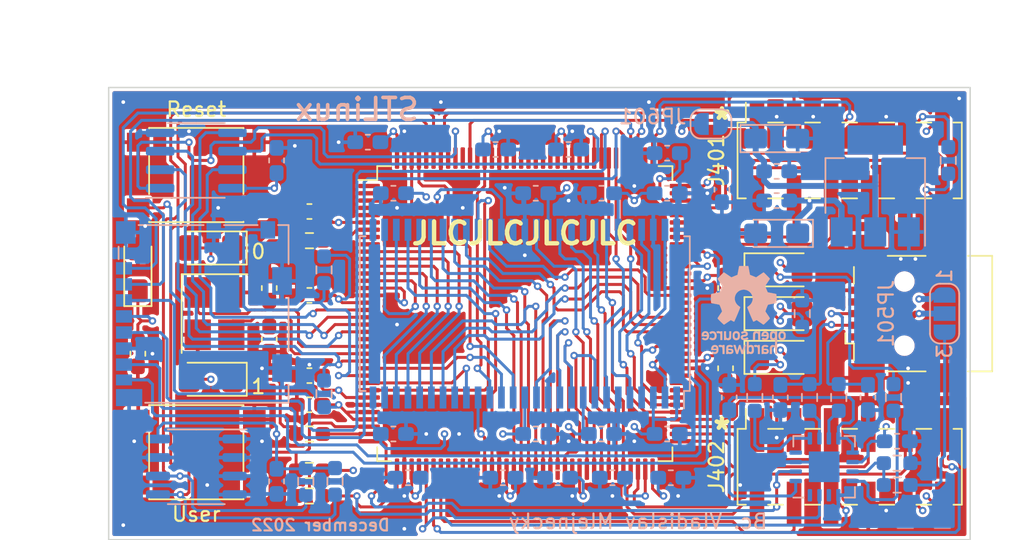
<source format=kicad_pcb>
(kicad_pcb (version 20211014) (generator pcbnew)
  (layers (0 "F.Cu" signal) (1 "In1.Cu" power) (2 "In2.Cu" power) (31 "B.Cu" signal) (36 "B.SilkS" user "B.Silkscreen") (37 "F.SilkS" user "F.Silkscreen") (38 "B.Mask" user) (39 "F.Mask" user) (44 "Edge.Cuts" user))
  (net 0 "")
  (net 1 "GND")
  (net 2 "VDD")
  (net 3 "/MCU/SDIO.D2")
  (net 4 "/MCU/SDIO.D3")
  (net 5 "/MCU/SDIO.CMD")
  (net 6 "/MCU/SDIO.CLK")
  (net 7 "/MCU/SDIO.D0")
  (net 8 "/MCU/SDIO.D1")
  (net 9 "/Low level IO/SWD.DIO")
  (net 10 "/Low level IO/USER_BUTTON")
  (net 11 "/Low level IO/USER_LED0")
  (net 12 "/Low level IO/USER_LED1")
  (net 13 "/Low level IO/SWD.CLK")
  (net 14 "/MCU/I2C.SDA")
  (net 15 "/MCU/I2C.SCL")
  (net 16 "/MCU/QSPI.IO3")
  (net 17 "/MCU/QSPI.SCK")
  (net 18 "/MCU/QSPI.IO0")
  (net 19 "/MCU/QSPI.IO2")
  (net 20 "/MCU/QSPI.NCS")
  (net 21 "/MCU/SDRAM.DQ0")
  (net 22 "/MCU/SDRAM.DQ1")
  (net 23 "/MCU/SDRAM.DQ2")
  (net 24 "/MCU/SDRAM.DQ3")
  (net 25 "/MCU/SDRAM.DQ4")
  (net 26 "/MCU/SDRAM.DQ5")
  (net 27 "/MCU/SDRAM.DQ6")
  (net 28 "/MCU/SDRAM.DQ7")
  (net 29 "/MCU/SDRAM.LDQM")
  (net 30 "/MCU/SDRAM.WE")
  (net 31 "/MCU/SDRAM.CAS")
  (net 32 "/MCU/SDRAM.RAS")
  (net 33 "/MCU/SDRAM.CS")
  (net 34 "/MCU/SDRAM.BA0")
  (net 35 "/MCU/SDRAM.BA1")
  (net 36 "/MCU/SDRAM.A10")
  (net 37 "/MCU/SDRAM.A0")
  (net 38 "/MCU/SDRAM.A1")
  (net 39 "/MCU/SDRAM.A2")
  (net 40 "/MCU/SDRAM.A3")
  (net 41 "/MCU/SDRAM.A4")
  (net 42 "/MCU/SDRAM.A5")
  (net 43 "/MCU/SDRAM.A6")
  (net 44 "/MCU/SDRAM.A7")
  (net 45 "/MCU/SDRAM.A8")
  (net 46 "/MCU/SDRAM.A9")
  (net 47 "/MCU/SDRAM.A11")
  (net 48 "/MCU/SDRAM.A12")
  (net 49 "/MCU/SDRAM.CKE")
  (net 50 "/MCU/SDRAM.CLK")
  (net 51 "/MCU/SDRAM.UDQM")
  (net 52 "/MCU/SDRAM.DQ8")
  (net 53 "/MCU/SDRAM.DQ9")
  (net 54 "/MCU/SDRAM.DQ10")
  (net 55 "/MCU/SDRAM.DQ11")
  (net 56 "/MCU/SDRAM.DQ12")
  (net 57 "/MCU/SDRAM.DQ13")
  (net 58 "/MCU/SDRAM.DQ14")
  (net 59 "/MCU/SDRAM.DQ15")
  (net 60 "/Low level IO/EXT.PA8")
  (net 61 "/Low level IO/EXT.PA12")
  (net 62 "/MCU/QSPI.IO1")
  (net 63 "/Low level IO/~{RESET}")
  (net 64 "/MCU/~{SD_DET}")
  (net 65 "Net-(C203-Pad1)")
  (net 66 "Net-(C204-Pad1)")
  (net 67 "Net-(C206-Pad1)")
  (net 68 "Net-(C207-Pad1)")
  (net 69 "Net-(D401-Pad1)")
  (net 70 "Net-(D402-Pad1)")
  (net 80 "/Low level IO/EXT.PA9")
  (net 94 "/Low level IO/EXT.PA10")
  (net 95 "/Low level IO/EXT.PA11")
  (net 113 "Net-(C501-Pad1)")
  (net 114 "Net-(C502-Pad1)")
  (net 115 "Net-(J501-Pad1)")
  (net 116 "/UART/VSENSE")
  (net 117 "Net-(C503-Pad1)")
  (net 118 "Net-(D501-Pad1)")
  (net 119 "Net-(D502-Pad1)")
  (net 120 "Net-(R503-Pad2)")
  (net 121 "Net-(R504-Pad2)")
  (net 122 "Net-(R506-Pad1)")
  (net 123 "Net-(R507-Pad1)")
  (net 124 "+5V")
  (net 125 "Net-(JP501-Pad3)")
  (net 126 "/Low level IO/EXT.PB10")
  (net 127 "/Low level IO/EXT.PB15")
  (net 128 "/Low level IO/EXT.PB11")
  (net 129 "/Low level IO/EXT.PB13")
  (net 130 "/Low level IO/EXT.PB14")
  (net 131 "/Low level IO/EXT.PB12")
  (net 132 "/Power/+3V3")
  (net 133 "Net-(D601-Pad1)")
  (net 134 "/MCU/UART2.TX")
  (net 135 "/MCU/UART2.RX")
  (net 136 "/Low level IO/EXT.PA5")
  (net 137 "/Low level IO/EXT.PA6")
  (net 138 "/Low level IO/EXT.PA7")
  (net 140 "/Low level IO/EXT.PB4")
  (net 141 "/Low level IO/EXT.PB7")
  (footprint "LED_SMD:LED_1206_3216Metric_Pad1.42x1.75mm_HandSolder" (layer "F.Cu") (at 124.5 101.5 180)
    (fp_text reference "D402" hide)
    (fp_text value "LED")
  )
  (footprint "Connector_PinSocket_2.54mm:PinSocket_2x06_P2.54mm_Vertical_SMD" (layer "F.Cu") (at 168.25 86.5 90)
    (fp_text reference "J401")
    (fp_text value "Extension")
  )
  (footprint "LED_SMD:LED_1206_3216Metric_Pad1.42x1.75mm_HandSolder" (layer "F.Cu") (at 163.5 97)
    (fp_text reference "D601" hide)
    (fp_text value "LED")
  )
  (footprint "LED_SMD:LED_1206_3216Metric_Pad1.42x1.75mm_HandSolder" (layer "F.Cu") (at 124.5 92.5 180)
    (fp_text reference "D401" hide)
    (fp_text value "LED")
  )
  (footprint "Capacitor_Tantalum_SMD:CP_EIA-3216-18_Kemet-A_Pad1.58x1.35mm_HandSolder" (layer "F.Cu") (at 119.5 94 90)
    (fp_text reference "C304" hide)
    (fp_text value "10u")
  )
  (footprint "Capacitor_SMD:C_0603_1608Metric_Pad1.08x0.95mm_HandSolder" (layer "F.Cu") (at 128.5 98.75 -90)
    (fp_text reference "C207" hide)
    (fp_text value "22p")
  )
  (footprint "Resistor_SMD:R_0603_1608Metric_Pad0.98x0.95mm_HandSolder" (layer "F.Cu") (at 131.25 107.75 180)
    (fp_text reference "R403" hide)
    (fp_text value "10k")
  )
  (footprint "Capacitor_SMD:C_0603_1608Metric_Pad1.08x0.95mm_HandSolder" (layer "F.Cu") (at 131.25 103.25 180)
    (fp_text reference "C201" hide)
    (fp_text value "100n")
  )
  (footprint "Resistor_SMD:R_0603_1608Metric_Pad0.98x0.95mm_HandSolder" (layer "F.Cu") (at 131.25 105.25)
    (fp_text reference "R405" hide)
    (fp_text value "330")
  )
  (footprint "Resistor_SMD:R_0603_1608Metric_Pad0.98x0.95mm_HandSolder" (layer "F.Cu") (at 131.25 92)
    (fp_text reference "R404" hide)
    (fp_text value "330")
  )
  (footprint "Capacitor_SMD:C_0603_1608Metric_Pad1.08x0.95mm_HandSolder" (layer "F.Cu") (at 131.25 90 180)
    (fp_text reference "C218" hide)
    (fp_text value "100n")
  )
  (footprint "Button_Switch_SMD:SW_Push_1P1T_NO_6x6mm_H9.5mm" (layer "F.Cu") (at 123.5 106.5)
    (fp_text reference "SW402" hide)
    (fp_text value "USER_Sw")
  )
  (footprint "Resistor_SMD:R_0603_1608Metric_Pad0.98x0.95mm_HandSolder" (layer "F.Cu") (at 131.25 109.5 180)
    (fp_text reference "R505" hide)
    (fp_text value "10k")
  )
  (footprint "Package_QFP:LQFP-144_20x20mm_P0.5mm" (layer "F.Cu") (at 146 97)
    (fp_text reference "U201" hide)
    (fp_text value "STM32F446ZCTx")
  )
  (footprint "Capacitor_SMD:C_0603_1608Metric_Pad1.08x0.95mm_HandSolder" (layer "F.Cu") (at 159.75 100.75 -90)
    (fp_text reference "C211" hide)
    (fp_text value "100n")
  )
  (footprint "Capacitor_SMD:C_0603_1608Metric_Pad1.08x0.95mm_HandSolder" (layer "F.Cu") (at 128.5 95.25 90)
    (fp_text reference "C204" hide)
    (fp_text value "22p")
  )
  (footprint "LED_SMD:LED_1206_3216Metric_Pad1.42x1.75mm_HandSolder" (layer "F.Cu") (at 163.5 94)
    (fp_text reference "D501" hide)
    (fp_text value "LED")
  )
  (footprint "Capacitor_SMD:C_0603_1608Metric_Pad1.08x0.95mm_HandSolder" (layer "F.Cu") (at 159.75 95.25 -90)
    (fp_text reference "C210" hide)
    (fp_text value "100n")
  )
  (footprint "Crystal:Crystal_SMD_3225-4Pin_3.2x2.5mm_HandSoldering" (layer "F.Cu") (at 124.75 97 -90)
    (fp_text reference "Y201" hide)
    (fp_text value "Crystal_GND24")
  )
  (footprint "Connector_USB:USB_Mini-B_Wuerth_65100516121_Horizontal" (layer "F.Cu") (at 172 97 90)
    (fp_text reference "J501" hide)
    (fp_text value "USB_B_Mini")
  )
  (footprint "LED_SMD:LED_1206_3216Metric_Pad1.42x1.75mm_HandSolder" (layer "F.Cu") (at 163.5 100)
    (fp_text reference "D502" hide)
    (fp_text value "LED")
  )
  (footprint "Capacitor_SMD:C_0603_1608Metric_Pad1.08x0.95mm_HandSolder" (layer "F.Cu") (at 131.25 101.25 180)
    (fp_text reference "C202" hide)
    (fp_text value "100n")
  )
  (footprint "Capacitor_SMD:C_0603_1608Metric_Pad1.08x0.95mm_HandSolder" (layer "F.Cu") (at 119.5 99.75 -90)
    (fp_text reference "C303" hide)
    (fp_text value "100n")
  )
  (footprint "Button_Switch_SMD:SW_Push_1P1T_NO_6x6mm_H9.5mm" (layer "F.Cu") (at 123.5 87.5)
    (fp_text reference "SW401" hide)
    (fp_text value "RESET_Sw")
  )
  (footprint "Capacitor_SMD:C_0603_1608Metric_Pad1.08x0.95mm_HandSolder" (layer "F.Cu") (at 131.25 95.75 180)
    (fp_text reference "C205" hide)
    (fp_text value "100n")
  )
  (footprint "Connector_PinSocket_2.54mm:PinSocket_2x06_P2.54mm_Vertical_SMD" (layer "F.Cu") (at 168.25 107.5 90)
    (fp_text reference "J402")
    (fp_text value "Extension")
  )
  (footprint "Capacitor_SMD:C_0603_1608Metric_Pad1.08x0.95mm_HandSolder" (layer "B.Cu") (at 155.75 86 180)
    (fp_text reference "C206" hide)
    (fp_text value "2u2")
  )
  (footprint "Capacitor_SMD:C_0603_1608Metric_Pad1.08x0.95mm_HandSolder" (layer "B.Cu") (at 163.25 87.25)
    (fp_text reference "C604" hide)
    (fp_text value "100n")
  )
  (footprint "Capacitor_SMD:C_0603_1608Metric_Pad1.08x0.95mm_HandSolder" (layer "B.Cu") (at 149 85.75)
    (fp_text reference "C215" hide)
    (fp_text value "100n")
  )
  (footprint "Resistor_SMD:R_0603_1608Metric_Pad0.98x0.95mm_HandSolder" (layer "B.Cu") (at 132.25 102.5 90)
    (fp_text reference "R402" hide)
    (fp_text value "10k")
  )
  (footprint "Capacitor_SMD:C_0603_1608Metric_Pad1.08x0.95mm_HandSolder" (layer "B.Cu") (at 137 105.25)
    (fp_text reference "C309" hide)
    (fp_text value "100n")
  )
  (footprint "Capacitor_SMD:C_0603_1608Metric_Pad1.08x0.95mm_HandSolder" (layer "B.Cu") (at 144 85.75)
    (fp_text reference "C216" hide)
    (fp_text value "100n")
  )
  (footprint "Capacitor_Tantalum_SMD:CP_EIA-3216-18_Kemet-A_Pad1.58x1.35mm_HandSolder" (layer "B.Cu") (at 163.25 85)
    (fp_text reference "C603" hide)
    (fp_text value "10u")
  )
  (footprint "Jumper:SolderJumper-3_P1.3mm_Open_RoundedPad1.0x1.5mm_NumberLabels" (layer "B.Cu") (at 174.75 97 -90)
    (fp_text reference "JP501")
    (fp_text value "Bus/Self")
  )
  (footprint "Package_SO:SOP-8_3.9x4.9mm_P1.27mm" (layer "B.Cu") (at 123.5 107.5 180)
    (fp_text reference "U301" hide)
    (fp_text value "24LC08")
  )
  (footprint "Capacitor_SMD:C_0603_1608Metric_Pad1.08x0.95mm_HandSolder" (layer "B.Cu") (at 144.5 108.25 180)
    (fp_text reference "C217" hide)
    (fp_text value "100n")
  )
  (footprint "Capacitor_SMD:C_0603_1608Metric_Pad1.08x0.95mm_HandSolder" (layer "B.Cu") (at 169.5 102.75 -90)
    (fp_text reference "C502" hide)
    (fp_text value "47p")
  )
  (footprint "Capacitor_SMD:C_0603_1608Metric_Pad1.08x0.95mm_HandSolder" (layer "B.Cu") (at 146.75 105.25)
    (fp_text reference "C310" hide)
    (fp_text value "100n")
  )
  (footprint "Capacitor_Tantalum_SMD:CP_EIA-3216-18_Kemet-A_Pad1.58x1.35mm_HandSolder" (layer "B.Cu") (at 163.25 91.5 180)
    (fp_text reference "C601" hide)
    (fp_text value "10u")
  )
  (footprint "Capacitor_SMD:C_0603_1608Metric_Pad1.08x0.95mm_HandSolder" (layer "B.Cu") (at 135.25 85.25 180)
    (fp_text reference "C214" hide)
    (fp_text value "100n")
  )
  (footprint "Capacitor_SMD:C_0603_1608Metric_Pad1.08x0.95mm_HandSolder" (layer "B.Cu") (at 146.75 88.75 180)
    (fp_text reference "C307" hide)
    (fp_text value "100n")
  )
  (footprint "Capacitor_SMD:C_0603_1608Metric_Pad1.08x0.95mm_HandSolder" (layer "B.Cu") (at 151.25 105.25)
    (fp_text reference "C311" hide)
    (fp_text value "100n")
  )
  (footprint "Capacitor_SMD:C_0603_1608Metric_Pad1.08x0.95mm_HandSolder" (layer "B.Cu") (at 138 108.25 180)
    (fp_text reference "C213" hide)
    (fp_text value "100n")
  )
  (footprint "Resistor_SMD:R_0603_1608Metric_Pad0.98x0.95mm_HandSolder" (layer "B.Cu") (at 165 97 90)
    (fp_text reference "R601" hide)
    (fp_text value "330")
  )
  (footprint "Resistor_SMD:R_0603_1608Metric_Pad0.98x0.95mm_HandSolder" (layer "B.Cu") (at 131 108.5 90)
    (fp_text reference "R303" hide)
    (fp_text value "4k7")
  )
  (footprint "Resistor_SMD:R_0603_1608Metric_Pad0.98x0.95mm_HandSolder" (layer "B.Cu") (at 165.5 102.75 -90)
    (fp_text reference "R504" hide)
    (fp_text value "27")
  )
  (footprint "Capacitor_SMD:C_0603_1608Metric_Pad1.08x0.95mm_HandSolder" (layer "B.Cu") (at 129 108.5 -90)
    (fp_text reference "C301" hide)
    (fp_text value "100n")
  )
  (footprint "Capacitor_SMD:C_0603_1608Metric_Pad1.08x0.95mm_HandSolder" (layer "B.Cu") (at 163.5 102.75 -90)
    (fp_text reference "C501" hide)
    (fp_text value "47p")
  )
  (footprint "Resistor_SMD:R_0603_1608Metric_Pad0.98x0.95mm_HandSolder" (layer "B.Cu") (at 161.75 102.75 90)
    (fp_text reference "R507" hide)
    (fp_text value "330")
  )
  (footprint "Capacitor_SMD:C_0603_1608Metric_Pad1.08x0.95mm_HandSolder" (layer "B.Cu") (at 148.25 108.25 180)
    (fp_text reference "C208" hide)
    (fp_text value "100n")
  )
  (footprint "Package_DFN_QFN:QFN-16-1EP_4x4mm_P0.65mm_EP2.1x2.1mm" (layer "B.Cu") (at 166.5 107.5)
    (fp_text reference "U501" hide)
    (fp_text value "FT230XQ")
  )
  (footprint "Capacitor_SMD:C_0603_1608Metric_Pad1.08x0.95mm_HandSolder" (layer "B.Cu") (at 155.75 88.75)
    (fp_text reference "C305" hide)
    (fp_text value "100n")
  )
  (footprint "Capacitor_SMD:C_0603_1608Metric_Pad1.08x0.95mm_HandSolder" (layer "B.Cu") (at 171.5 105.75)
    (fp_text reference "C504" hide)
    (fp_text value "100n")
  )
  (footprint "Resistor_SMD:R_0603_1608Metric_Pad0.98x0.95mm_HandSolder" (layer "B.Cu") (at 171.5 107.25)
    (fp_text reference "R502" hide)
    (fp_text value "10k")
  )
  (footprint "Capacitor_SMD:C_0603_1608Metric_Pad1.08x0.95mm_HandSolder" (layer "B.Cu") (at 160 102.75 90)
    (fp_text reference "C503" hide)
    (fp_text value "100n")
  )
  (footprint "Resistor_SMD:R_0603_1608Metric_Pad0.98x0.95mm_HandSolder" (layer "B.Cu") (at 167.5 102.75 -90)
    (fp_text reference "R503" hide)
    (fp_text value "27")
  )
  (footprint "Package_SO:TSOP-II-54_22.2x10.16mm_P0.8mm" (layer "B.Cu") (at 146 97 90)
    (fp_text reference "U303" hide)
    (fp_text value "IS42S16160J")
  )
  (footprint "Symbol:OSHW-Logo_5.7x6mm_SilkScreen" (layer "B.Cu") (at 161 96.75 180)
    (fp_text reference "REF**" hide)
    (fp_text value "OSHW-Logo_5.7x6mm_SilkScreen" hide)
  )
  (footprint "Resistor_SMD:R_0603_1608Metric_Pad0.98x0.95mm_HandSolder" (layer "B.Cu") (at 175 86.5 90)
    (fp_text reference "R401" hide)
    (fp_text value "10k")
  )
  (footprint "Capacitor_SMD:C_0603_1608Metric_Pad1.08x0.95mm_HandSolder" (layer "B.Cu") (at 151.25 88.75 180)
    (fp_text reference "C306" hide)
    (fp_text value "100n")
  )
  (footprint "Jumper:SolderJumper-2_P1.3mm_Open_RoundedPad1.0x1.5mm" (layer "B.Cu") (at 158.75 84 180)
    (fp_text reference "JP601")
    (fp_text value "VDD_EN")
  )
  (footprint "Capacitor_SMD:C_0603_1608Metric_Pad1.08x0.95mm_HandSolder" (layer "B.Cu") (at 163.25 89.25 180)
    (fp_text reference "C602" hide)
    (fp_text value "100n")
  )
  (footprint "Capacitor_SMD:C_0603_1608Metric_Pad1.08x0.95mm_HandSolder" (layer "B.Cu") (at 129 86.5 90)
    (fp_text reference "C302" hide)
    (fp_text value "100n")
  )
  (footprint "Resistor_SMD:R_0603_1608Metric_Pad0.98x0.95mm_HandSolder" (layer "B.Cu") (at 133 108.5 90)
    (fp_text reference "R302" hide)
    (fp_text value "4k7")
  )
  (footprint "Capacitor_SMD:C_0603_1608Metric_Pad1.08x0.95mm_HandSolder" (layer "B.Cu") (at 137 88.75 180)
    (fp_text reference "C308" hide)
    (fp_text value "100n")
  )
  (footprint "Capacitor_SMD:C_0603_1608Metric_Pad1.08x0.95mm_HandSolder" (layer "B.Cu") (at 159.5 88.5 -90)
    (fp_text reference "C212" hide)
    (fp_text value "100n")
  )
  (footprint "Capacitor_SMD:C_0603_1608Metric_Pad1.08x0.95mm_HandSolder" (layer "B.Cu") (at 155.75 105.25)
    (fp_text reference "C312" hide)
    (fp_text value "100n")
  )
  (footprint "Resistor_SMD:R_0603_1608Metric_Pad0.98x0.95mm_HandSolder" (layer "B.Cu") (at 171.5 108.75)
    (fp_text reference "R501" hide)
    (fp_text value "4k7")
  )
  (footprint "Resistor_SMD:R_0603_1608Metric_Pad0.98x0.95mm_HandSolder" (layer "B.Cu") (at 171.25 102.75 90)
    (fp_text reference "R506" hide)
    (fp_text value "330")
  )
  (footprint "Connector_Card:microSD_HC_Molex_104031-0811" (layer "B.Cu") (at 124 97 -90)
    (fp_text reference "J301" hide)
    (fp_text value "Micro_SD_Card_Det")
  )
  (footprint "Capacitor_SMD:C_0603_1608Metric_Pad1.08x0.95mm_HandSolder" (layer "B.Cu") (at 156 108.25)
    (fp_text reference "C209" hide)
    (fp_text value "100n")
  )
  (footprint "Package_SO:SOIC-8_3.9x4.9mm_P1.27mm" (layer "B.Cu") (at 123.5 86.5)
    (fp_text reference "U302" hide)
    (fp_text value "IS25LP064A-JBLE")
  )
  (footprint "Capacitor_SMD:C_0603_1608Metric_Pad1.08x0.95mm_HandSolder" (layer "B.Cu") (at 152 108.25 180)
    (fp_text reference "C203" hide)
    (fp_text value "2u2")
  )
  (footprint "Resistor_SMD:R_0603_1608Metric_Pad0.98x0.95mm_HandSolder" (layer "B.Cu") (at 132.25 94 90)
    (fp_text reference "R301" hide)
    (fp_text value "4k7")
  )
  (footprint "Package_TO_SOT_SMD:SOT-223-3_TabPin2" (layer "B.Cu") (at 170 88.25 90)
    (fp_text reference "U601" hide)
    (fp_text value "LD1117S33TR_SOT223")
  )
  (gr_rect (start 176.5 81.5) (end 117.5 112.5) (layer "Edge.Cuts") (width 0.1) (fill none))
  (gr_text "Bc. Vladislav Mlejnecký\n" (at 153.75 111.25) (layer "B.SilkS") (effects (font (size 1 1)) (justify mirror)))
  (gr_text "STLinux" (at 134.5 83) (layer "B.SilkS") (effects (font (size 1.5 1.5) (thickness 0.25)) (justify mirror)))
  (gr_text "December 2022" (at 132 111.5) (layer "B.SilkS") (effects (font (size 0.8 0.8)) (justify mirror)))
  (gr_text "JLCJLCJLCJLC" (at 146 91.5) (layer "F.SilkS") (effects (font (size 1.5 1.5) (thickness 0.3))))
  (gr_text "1" (at 127.75 102) (layer "F.SilkS") (effects (font (size 1 1))))
  (gr_text "*" (at 159.5 83.75) (layer "F.SilkS") (effects (font (size 1.5 1.5) (thickness 0.3))))
  (gr_text "0" (at 127.75 92.75) (layer "F.SilkS") (effects (font (size 1 1))))
  (gr_text "*" (at 159.5 105) (layer "F.SilkS") (effects (font (size 1.5 1.5) (thickness 0.3))))
  (gr_text "User\n" (at 123.5 110.75) (layer "F.SilkS") (effects (font (size 1 1))))
  (gr_text "Reset" (at 123.5 83) (layer "F.SilkS") (effects (font (size 1 1))))
  (segment (start 170.5 83.98) (end 169.52 83.98) (width 0.2032) (layer "F.Cu") (net 1))
  (segment (start 130.3875 90) (end 130.3875 90.3625) (width 0.2032) (layer "F.Cu") (net 1))
  (segment (start 135.3375 103.25) (end 139 103.25) (width 0.2032) (layer "F.Cu") (net 1))
  (segment (start 128.5 100.5) (end 128.25 100.75) (width 0.2032) (layer "F.Cu") (net 1))
  (segment (start 159.75 96.1125) (end 158.6125 96.1125) (width 0.2032) (layer "F.Cu") (net 1))
  (segment (start 149.25 109.5) (end 149.25 107.6625) (width 0.2032) (layer "F.Cu") (net 1))
  (segment (start 120.5 100.5) (end 120.3875 100.6125) (width 0.2032) (layer "F.Cu") (net 1))
  (segment (start 139.25 103.5) (end 139.25 105.25) (width 0.2032) (layer "F.Cu") (net 1))
  (segment (start 158.5 100.75) (end 156.6625 100.75) (width 0.2032) (layer "F.Cu") (net 1))
  (segment (start 149.25 84.5) (end 149.25 86.3375) (width 0.2032) (layer "F.Cu") (net 1))
  (segment (start 128.5 99.6125) (end 128.5 100.5) (width 0.2032) (layer "F.Cu") (net 1))
  (segment (start 127.475 105.475) (end 127.75 105.75) (width 0.2032) (layer "F.Cu") (net 1))
  (segment (start 130.75 100.5) (end 131.25 100.5) (width 0.2032) (layer "F.Cu") (net 1))
  (segment (start 119.5 104.275) (end 119.5 105.25) (width 0.2032) (layer "F.Cu") (net 1))
  (segment (start 135.3375 95.75) (end 136.75 95.75) (width 0.2032) (layer "F.Cu") (net 1))
  (segment (start 158.5 101.5) (end 158.5 100.75) (width 0.2032) (layer "F.Cu") (net 1))
  (segment (start 170.75 83.73) (end 170.5 83.98) (width 0.2032) (layer "F.Cu") (net 1))
  (segment (start 130.3875 101.25) (end 130.3875 100.8625) (width 0.2032) (layer "F.Cu") (net 1))
  (segment (start 119.5 105.5) (end 119.25 105.75) (width 0.2032) (layer "F.Cu") (net 1))
  (segment (start 137.75 109.5) (end 137.75 107.6625) (width 0.2032) (layer "F.Cu") (net 1))
  (segment (start 119.5 105.25) (end 119.5 105.5) (width 0.2032) (layer "F.Cu") (net 1))
  (segment (start 158.5 96) (end 158.5 95.25) (width 0.2032) (layer "F.Cu") (net 1))
  (segment (start 130.3875 100.8625) (end 130.75 100.5) (width 0.2032) (layer "F.Cu") (net 1))
  (segment (start 144.25 84.5) (end 144.25 86.3375) (width 0.2032) (layer "F.Cu") (net 1))
  (segment (start 137 97.5) (end 137.25 97.75) (width 0.2032) (layer "F.Cu") (net 1))
  (segment (start 139 103.25) (end 139.25 103.5) (width 0.2032) (layer "F.Cu") (net 1))
  (segment (start 158.5 95.25) (end 156.6625 95.25) (width 0.2032) (layer "F.Cu") (net 1))
  (segment (start 159.75 101.6125) (end 158.6125 101.6125) (width 0.2032) (layer "F.Cu") (net 1))
  (segment (start 137.75 84.5) (end 137.75 86.3375) (width 0.2032) (layer "F.Cu") (net 1))
  (segment (start 127.75 105.75) (end 128 105.75) (width 0.2032) (layer "F.Cu") (net 1))
  (segment (start 169.52 110.02) (end 170.27 110.02) (width 0.2032) (layer "F.Cu") (net 1))
  (segment (start 120.5 99.75) (end 120.5 100.5) (width 0.2032) (layer "F.Cu") (net 1))
  (segment (start 128.25 100.75) (end 128 100.75) (width 0.2032) (layer "F.Cu") (net 1))
  (segment (start 127.475 104.25) (end 127.475 105.475) (width 0.2032) (layer "F.Cu") (net 1))
  (segment (start 158.6125 96.1125) (end 158.5 96) (width 0.2032) (layer "F.Cu") (net 1))
  (segment (start 158.6125 101.6125) (end 158.5 101.5) (width 0.2032) (layer "F.Cu") (net 1))
  (segment (start 137 96) (end 137 97.5) (width 0.2032) (layer "F.Cu") (net 1))
  (segment (start 136.75 95.75) (end 137 96) (width 0.2032) (layer "F.Cu") (net 1))
  (segment (start 119.525 104.25) (end 119.5 104.275) (width 0.2032) (layer "F.Cu") (net 1))
  (segment (start 144.25 109.5) (end 144.25 107.6625) (width 0.2032) (layer "F.Cu") (net 1))
  (segment (start 120.3875 100.6125) (end 119.5 100.6125) (width 0.2032) (layer "F.Cu") (net 1))
  (segment (start 170.27 110.02) (end 170.75 110.5) (width 0.2032) (layer "F.Cu") (net 1))
  (segment (start 170.75 83.5) (end 170.75 83.73) (width 0.2032) (layer "F.Cu") (net 1))
  (segment (start 158.5 88.75) (end 156.6625 88.75) (width 0.2032) (layer "F.Cu") (net 1))
  (via (at 160.75 108.75) (size 0.508) (drill 0.254) (layers "F.Cu" "B.Cu") (net 1))
  (via (at 137.75 109.5) (size 0.508) (drill 0.254) (layers "F.Cu" "B.Cu") (net 1))
  (via (at 175.75 82.25) (size 0.508) (drill 0.254) (layers "F.Cu" "B.Cu") (net 1))
  (via (at 153.5 88.25) (size 0.508) (drill 0.254) (layers "F.Cu" "B.Cu") (net 1))
  (via (at 131.25 100.5) (size 0.508) (drill 0.254) (layers "F.Cu" "B.Cu") (net 1))
  (via (at 144.25 109.5) (size 0.508) (drill 0.254) (layers "F.Cu" "B.Cu") (net 1))
  (via (at 120.5 99.75) (size 0.508) (drill 0.254) (layers "F.Cu" "B.Cu") (net 1))
  (via (at 144.625 88.375) (size 0.508) (drill 0.254) (layers "F.Cu" "B.Cu") (net 1))
  (via (at 156.5 109.5) (size 0.508) (drill 0.254) (layers "F.Cu" "B.Cu") (net 1))
  (via (at 123 84.5) (size 0.508) (drill 0.254) (layers "F.Cu" "B.Cu") (net 1))
  (via (at 137.75 111.75) (size 0.508) (drill 0.254) (layers "F.Cu" "B.Cu") (net 1))
  (via (at 141.5 105.25) (size 0.508) (drill 0.254) (layers "F.Cu" "B.Cu") (net 1))
  (via (at 133.25 85.25) (size 0.508) (drill 0.254) (layers "F.Cu" "B.Cu") (net 1))
  (via (at 119.25 105.75) (size 0.508) (drill 0.254) (layers "F.Cu" "B.Cu") (net 1))
  (via (at 137.25 89.75) (size 0.508) (drill 0.254) (layers "F.Cu" "B.Cu") (net 1))
  (via (at 149.25 109.5) (size 0.508) (drill 0.254) (layers "F.Cu" "B.Cu") (net 1))
  (via (at 144.25 84.5) (size 0.508) (drill 0.254) (layers "F.Cu" "B.Cu") (net 1))
  (via (at 170.75 83.5) (size 0.508) (drill 0.254) (layers "F.Cu" "B.Cu") (net 1))
  (via (at 172.25 101.75) (size 0.508) (drill 0.254) (layers "F.Cu" "B.Cu") (net 1))
  (via (at 158.5 100.75) (size 0.508) (drill 0.254) (layers "F.Cu" "B.Cu") (net 1))
  (via (at 154.5 82.5) (size 0.508) (drill 0.254) (layers "F.Cu" "B.Cu") (net 1))
  (via (at 146 93) (size 0.508) (drill 0.254) (layers "F.Cu" "B.Cu") (net 1))
  (via (at 152 109.5) (size 0.508) (drill 0.254) (layers "F.Cu" "B.Cu") (net 1))
  (via (at 158.5 88.75) (size 0.508) (drill 0.254) (layers "F.Cu" "B.Cu") (net 1))
  (via (at 139.25 105.25) (size 0.508) (drill 0.254) (layers "F.Cu" "B.Cu") (net 1))
  (via (at 118.5 111.5) (size 0.508) (drill 0.254) (layers "F.Cu" "B.Cu") (net 1))
  (via (at 163.25 105.5) (size 0.508) (drill 0.254) (layers "F.Cu" "B.Cu") (net 1))
  (via (at 171.75 93.25) (size 0.508) (drill 0.254) (layers "F.Cu" "B.Cu") (net 1))
  (via (at 149 105.75) (size 0.508) (drill 0.254) (layers "F.Cu" "B.Cu") (net 1))
  (via (at 130.25 85.5) (size 0.508) (drill 0.254) (layers "F.Cu" "B.Cu") (net 1))
  (via (at 141.75 89.75) (size 0.508) (drill 0.254) (layers "F.Cu" "B.Cu") (net 1))
  (via (at 118.5 82.5) (size 0.508) (drill 0.254) (layers "F.Cu" "B.Cu") (net 1))
  (via (at 163.25 83.5) (size 0.508) (drill 0.254) (layers "F.Cu" "B.Cu") (net 1))
  (via (at 120 91) (size 0.508) (drill 0.254) (layers "F.Cu" "B.Cu") (net 1))
  (via (at 172.25 100.75) (size 0.508) (drill 0.254) (layers "F.Cu" "B.Cu") (net 1))
  (via (at 124.25 108.75) (size 0.508) (drill 0.254) (layers "F.Cu" "B.Cu") (net 1))
  (via (at 153.5 105.75) (size 0.508) (drill 0.254) (layers "F.Cu" "B.Cu") (net 1))
  (via (at 125 89.75) (size 0.508) (drill 0.254) (layers "F.Cu" "B.Cu") (net 1))
  (via (at 172.75 93.25) (size 0.508) (drill 0.254) (layers "F.Cu" "B.Cu") (net 1))
  (via (at 149 89.25) (size 0.508) (drill 0.254) (layers "F.Cu" "B.Cu") (net 1))
  (via (at 158.5 95.25) (size 0.508) (drill 0.254) (layers "F.Cu" "B.Cu") (net 1))
  (via (at 128 105.75) (size 0.508) (drill 0.254) (layers "F.Cu" "B.Cu") (net 1))
  (via (at 170.75 110.5) (size 0.508) (drill 0.254) (layers "F.Cu" "B.Cu") (net 1))
  (via (at 149.25 84.5) (size 0.508) (drill 0.254) (layers "F.Cu" "B.Cu") (net 1))
  (via (at 137.75 84.5) (size 0.508) (drill 0.254) (layers "F.Cu" "B.Cu") (net 1))
  (via (at 165.75 83.5) (size 0.508) (drill 0.254) (layers "F.Cu" "B.Cu") (net 1))
  (via (at 137.25 97.75) (size 0.508) (drill 0.254) (layers "F.Cu" "B.Cu") (net 1))
  (via (at 128 100.75) (size 0.508) (drill 0.254) (layers "F.Cu" "B.Cu") (net 1))
  (via (at 140.25 82.5) (size 0.508) (drill 0.254) (layers "F.Cu" "B.Cu") (net 1))
  (segment (start 144.8625 86) (end 144.8625 84.8625) (width 0.2032) (layer "B.Cu") (net 1))
  (segment (start 147.3875 109.3875) (end 147.5 109.5) (width 0.2032) (layer "B.Cu") (net 1))
  (segment (start 149.8625 86) (end 149.8625 84.8625) (width 0.2032) (layer "B.Cu") (net 1))
  (segment (start 151.5 109.5) (end 152 109.5) (width 0.2032) (layer "B.Cu") (net 1))
  (segment (start 143.6375 108.25) (end 143.6375 109.1375) (width 0.2032) (layer "B.Cu") (net 1))
  (segment (start 163.5 105.25) (end 163.25 105.5) (width 0.2032) (layer "B.Cu") (net 1))
  (segment (start 134.3875 85.25) (end 133.25 85.25) (width 0.2032) (layer "B.Cu") (net 1))
  (segment (start 163.5 103.6125) (end 163.5 104.75) (width 0.2032) (layer "B.Cu") (net 1))
  (segment (start 152.4 104.9625) (end 152.1125 105.25) (width 0.2032) (layer "B.Cu") (net 1))
  (segment (start 118.675 91.435) (end 119.565 91.435) (width 0.2032) (layer "B.Cu") (net 1))
  (segment (start 153.5 86.25) (end 153.75 86) (width 0.2032) (layer "B.Cu") (net 1))
  (segment (start 151.1375 109.1375) (end 151.5 109.5) (width 0.2032) (layer "B.Cu") (net 1))
  (segment (start 149.5 84.5) (end 149.25 84.5) (width 0.2032) (layer "B.Cu") (net 1))
  (segment (start 164.5 85.0625) (end 164.6875 85.25) (width 0.3048) (layer "B.Cu") (net 1))
  (segment (start 147.3875 108.25) (end 147.3875 109.3875) (width 0.2032) (layer "B.Cu") (net 1))
  (segment (start 155 89.75) (end 156.3 89.75) (width 0.2032) (layer "B.Cu") (net 1))
  (segment (start 143.6375 109.1375) (end 144 109.5) (width 0.2032) (layer "B.Cu") (net 1))
  (segment (start 150 89.1375) (end 150.3875 88.75) (width 0.2032) (layer "B.Cu") (net 1))
  (segment (start 129 85.6375) (end 130.1125 85.6375) (width 0.2032) (layer "B.Cu") (net 1))
  (segment (start 156.8625 109.1375) (end 156.8625 108.25) (width 0.2032) (layer "B.Cu") (net 1))
  (segment (start 144 109.5) (end 144.25 109.5) (width 0.2032) (layer "B.Cu") (net 1))
  (segment (start 156.4 88.9625) (end 156.6125 88.75) (width 0.2032) (layer "B.Cu") (net 1))
  (segment (start 158.8625 89.3625) (end 158.5 89) (width 0.2032) (layer "B.Cu") (net 1))
  (segment (start 147.5 109.5) (end 149.25 109.5) (width 0.2032) (layer "B.Cu") (net 1))
  (segment (start 150 91.25) (end 150 89.1375) (width 0.2032) (layer "B.Cu") (net 1))
  (segment (start 149 105.75) (end 148.5 105.25) (width 0.2032) (layer "B.Cu") (net 1))
  (segment (start 137.1375 109.1375) (end 137.5 109.5) (width 0.2032) (layer "B.Cu") (net 1))
  (segment (start 149.5 88.75) (end 149 89.25) (width 0.2032) (layer "B.Cu") (net 1))
  (segment (start 130.1125 85.6375) (end 130.25 85.5) (width 0.2032) (layer "B.Cu") (net 1))
  (segment (start 137.1375 108.5) (end 137.1375 109.1375) (width 0.2032) (layer "B.Cu") (net 1))
  (segment (start 153.5 88.25) (end 153.5 86.25) (width 0.2032) (layer "B.Cu") (net 1))
  (segment (start 145 88.75) (end 145.8875 88.75) (width 0.2032) (layer "B.Cu") (net 1))
  (segment (start 122.905 84.595) (end 121.025 84.595) (width 0.2032) (layer "B.Cu") (net 1))
  (segment (start 154.8 91.25) (end 154.8 89.95) (width 0.2032) (layer "B.Cu") (net 1))
  (segment (start 150.3875 88.75) (end 149.5 88.75) (width 0.2032) (layer "B.Cu") (net 1))
  (segment (start 144.625 88.375) (end 145 88.75) (width 0.2032) (layer "B.Cu") (net 1))
  (segment (start 119.565 91.435) (end 120 91) (width 0.2032) (layer "B.Cu") (net 1))
  (segment (start 146 88.8625) (end 145.8875 88.75) (width 0.2032) (layer "B.Cu") (net 1))
  (segment (start 135.6 89.2875) (end 136.1375 88.75) (width 0.2032) (layer "B.Cu") (net 1))
  (segment (start 137.8625 105.25) (end 139.25 105.25) (width 0.2032) (layer "B.Cu") (net 1))
  (segment (start 159.5 89.3625) (end 158.8625 89.3625) (width 0.2032) (layer "B.Cu") (net 1))
  (segment (start 154.8 89.95) (end 155 89.75) (width 0.2032) (layer "B.Cu") (net 1))
  (segment (start 148.5 105.25) (end 147.6125 105.25) (width 0.2032) (layer "B.Cu") (net 1))
  (segment (start 151.1375 108.25) (end 151.1375 109.1375) (width 0.2032) (layer "B.Cu") (net 1))
  (segment (start 152.4 102.75) (end 152.4 104.9625) (width 0.2032) (layer "B.Cu") (net 1))
  (segment (start 144.5 84.5) (end 144.25 84.5) (width 0.2032) (layer "B.Cu") (net 1))
  (segment (start 156.5 109.5) (end 156.8625 109.1375) (width 0.2032) (layer "B.Cu") (net 1))
  (segment (start 149.8625 84.8625) (end 149.5 84.5) (width 0.2032) (layer "B.Cu") (net 1))
  (segment (start 153 105.25) (end 153.5 105.75) (width 0.2032) (layer "B.Cu") (net 1))
  (segment (start 147.6 102.75) (end 147.6 105.2375) (width 0.2032) (layer "B.Cu") (net 1))
  (segment (start 153.75 86) (end 154.8875 86) (width 0.2032) (layer "B.Cu") (net 1))
  (segment (start 120.145 99.395) (end 118.55 99.395) (width 0.2032) (layer "B.Cu") (net 1))
  (segment (start 144.8625 84.8625) (end 144.5 84.5) (width 0.2032) (layer "B.Cu") (net 1))
  (segment (start 166.175 107.175) (end 166.5 107.5) (width 0.2032) (layer "B.Cu") (net 1))
  (segment (start 135.6 91.25) (end 135.6 89.2875) (width 0.2032) (layer "B.Cu") (net 1))
  (segment (start 147.6 105.2375) (end 147.6125 105.25) (width 0.2032) (layer "B.Cu") (net 1))
  (segment (start 152.1125 105.25) (end 153 105.25) (width 0.2032) (layer "B.Cu") (net 1))
  (segment (start 156.3 89.75) (end 156.4 89.85) (width 0.2032) (layer "B.Cu") (net 1))
  (segment (start 163.5 104.75) (end 163.5 105.25) (width 0.2032) (layer "B.Cu") (net 1))
  (segment (start 156.4 89.85) (end 156.4 88.9625) (width 0.2032) (layer "B.Cu") (net 1))
  (segment (start 120.5 99.75) (end 120.145 99.395) (width 0.2032) (layer "B.Cu") (net 1))
  (segment (start 137.5 109.5) (end 137.75 109.5) (width 0.2032) (layer "B.Cu") (net 1))
  (segment (start 156.4 91.25) (end 156.4 89.85) (width 0.2032) (layer "B.Cu") (net 1))
  (segment (start 123 84.5) (end 122.905 84.595) (width 0.2032) (layer "B.Cu") (net 1))
  (segment (start 146 91.25) (end 146 88.8625) (width 0.2032) (layer "B.Cu") (net 1))
  (segment (start 164.55 107.175) (end 166.175 107.175) (width 0.2032) (layer "B.Cu") (net 1))
  (segment (start 158.5 89) (end 158.5 88.75) (width 0.2032) (layer "B.Cu") (net 1))
  (segment (start 126.1675 109.3625) (end 126.125 109.405) (width 0.2032) (layer "B.Cu") (net 1))
  (segment (start 155.5 109.5) (end 155.25 109.5) (width 0.2032) (layer "F.Cu") (net 2))
  (segment (start 132.8625 90.75) (end 132.1125 90) (width 0.2032) (layer "F.Cu") (net 2))
  (segment (start 148.5 84.5) (end 148.75 84.75) (width 0.2032) (layer "F.Cu") (net 2))
  (segment (start 119.5 97.75) (end 119.75 97.5) (width 0.2032) (layer "F.Cu") (net 2))
  (segment (start 123.0125 101.5) (end 124.5 101.5) (width 0.2032) (layer "F.Cu") (net 2))
  (segment (start 158.25 100.25) (end 156.6625 100.25) (width 0.2032) (layer "F.Cu") (net 2))
  (segment (start 143.75 84.75) (end 143.75 86.3375) (width 0.2032) (layer "F.Cu") (net 2))
  (segment (start 138.5 109.5) (end 138.25 109.25) (width 0.2032) (layer "F.Cu") (net 2))
  (segment (start 172.77 83.98) (end 173.25 83.5) (width 0.2032) (layer "F.Cu") (net 2))
  (segment (start 119.75 97.5) (end 120.5 97.5) (width 0.2032) (layer "F.Cu") (net 2))
  (segment (start 135.3375 96.25) (end 133.5 96.25) (width 0.2032) (layer "F.Cu") (net 2))
  (segment (start 145 109.5) (end 144.75 109.25) (width 0.2032) (layer "F.Cu") (net 2))
  (segment (start 149.75 109.25) (end 149.75 107.6625) (width 0.2032) (layer "F.Cu") (net 2))
  (segment (start 130.3375 109.5) (end 131 109.5) (width 0.2032) (layer "F.Cu") (net 2))
  (segment (start 144.75 109.25) (end 144.75 107.6625) (width 0.2032) (layer "F.Cu") (net 2))
  (segment (start 158.5 88) (end 158.25 88.25) (width 0.2032) (layer "F.Cu") (net 2))
  (segment (start 158.5 94.5) (end 158.25 94.75) (width 0.2032) (layer "F.Cu") (net 2))
  (segment (start 119.5 95.4375) (end 119.5 97.25) (width 0.2032) (layer "F.Cu") (net 2))
  (segment (start 134.25 104.25) (end 133.75 103.75) (width 0.2032) (layer "F.Cu") (net 2))
  (segment (start 135.3375 90.75) (end 132.8625 90.75) (width 0.2032) (layer "F.Cu") (net 2))
  (segment (start 133.25 102.25) (end 132.25 102.25) (width 0.2032) (layer "F.Cu") (net 2))
  (segment (start 123.0125 92.5) (end 124.25 92.5) (width 0.2032) (layer "F.Cu") (net 2))
  (segment (start 132.1125 102.1125) (end 132.1125 101.25) (width 0.2032) (layer "F.Cu") (net 2))
  (segment (start 150 109.5) (end 149.75 109.25) (width 0.2032) (layer "F.Cu") (net 2))
  (segment (start 138.25 109.25) (end 138.25 107.6625) (width 0.2032) (layer "F.Cu") (net 2))
  (segment (start 159.75 99.8875) (end 158.6125 99.8875) (width 0.2032) (layer "F.Cu") (net 2))
  (segment (start 143.5 84.5) (end 143.75 84.75) (width 0.2032) (layer "F.Cu") (net 2))
  (segment (start 133.25 102.25) (end 133.75 102.75) (width 0.2032) (layer "F.Cu") (net 2))
  (segment (start 131.25 108) (end 131.5 107.75) (width 0.2032) (layer "F.Cu") (net 2))
  (segment (start 131 109.5) (end 131.25 109.25) (width 0.2032) (layer "F.Cu") (net 2))
  (segment (start 159.75 94.3875) (end 158.6125 94.3875) (width 0.2032) (layer "F.Cu") (net 2))
  (segment (start 164 97) (end 163.5 96.5) (width 0.2032) (layer "F.Cu") (net 2))
  (segment (start 158.5 100) (end 158.25 100.25) (width 0.2032) (layer "F.Cu") (net 2))
  (segment (start 137.25 84.75) (end 137.25 86.3375) (width 0.2032) (layer "F.Cu") (net 2))
  (segment (start 119.5 97.25) (end 119.75 97.5) (width 0.2032) (layer "F.Cu") (net 2))
  (segment (start 158.6125 99.8875) (end 158.5 100) (width 0.2032) (layer "F.Cu") (net 2))
  (segment (start 133.5 96.25) (end 133.25 96) (width 0.2032) (layer "F.Cu") (net 2))
  (segment (start 124.5 92.75) (end 124.5 93.25) (width 0.2032) (layer "F.Cu") (net 2))
  (segment (start 131.25 109.25) (end 131.25 108) (width 0.2032) (layer "F.Cu") (net 2))
  (segment (start 133 95.75) (end 133.25 96) (width 0.2032) (layer "F.Cu") (net 2))
  (segment (start 155.25 109.5) (end 154.75 109) (width 0.2032) (layer "F.Cu") (net 2))
  (segment (start 135.3375 103.75) (end 133.75 103.75) (width 0.2032) (layer "F.Cu") (net 2))
  (segment (start 132.1125 95.75) (end 133 95.75) (width 0.2032) (layer "F.Cu") (net 2))
  (segment (start 172.06 83.98) (end 172.77 83.98) (width 0.2032) (layer "F.Cu") (net 2))
  (segment (start 164.9875 97) (end 164 97) (width 0.2032) (layer "F.Cu") (net 2))
  (segment (start 172.06 110.02) (end 172.77 110.02) (width 0.2032) (layer "F.Cu") (net 2))
  (segment (start 148.75 84.75) (end 148.75 86.3375) (width 0.2032) (layer "F.Cu") (net 2))
  (segment (start 133.75 103.75) (end 133.25 103.25) (width 0.2032) (layer "F.Cu") (net 2))
  (segment (start 135.3375 104.25) (end 134.25 104.25) (width 0.2032) (layer "F.Cu") (net 2))
  (segment (start 124.25 92.5) (end 124.5 92.75) (width 0.2032) (layer "F.Cu") (net 2))
  (segment (start 132.1625 107.75) (end 134.25 107.75) (width 0.2032) (layer "F.Cu") (net 2))
  (segment (start 119.5 98.8875) (end 119.5 97.75) (width 0.2032) (layer "F.Cu") (net 2))
  (segment (start 137 84.5) (end 137.25 84.75) (width 0.2032) (layer "F.Cu") (net 2))
  (segment (start 172.77 110.02) (end 173.25 110.5) (width 0.2032) (layer "F.Cu") (net 2))
  (segment (start 132.25 102.25) (end 132.1125 102.1125) (width 0.2032) (layer "F.Cu") (net 2))
  (segment (start 131.5 107.75) (end 132.1625 107.75) (width 0.2032) (layer "F.Cu") (net 2))
  (segment (start 164 94) (end 163.5 93.5) (width 0.2032) (layer "F.Cu") (net 2))
  (segment (start 132.1125 103.25) (end 133.25 103.25) (width 0.2032) (layer "F.Cu") (net 2))
  (segment (start 164 100) (end 163.5 99.5) (width 0.2032) (layer "F.Cu") (net 2))
  (segment (start 164.9875 94) (end 164 94) (width 0.2032) (layer "F.Cu") (net 2))
  (segment (start 154.75 109) (end 154.75 107.6625) (width 0.2032) (layer "F.Cu") (net 2))
  (segment (start 158.6125 94.3875) (end 158.5 94.5) (width 0.2032) (layer "F.Cu") (net 2))
  (segment (start 158.25 88.25) (end 156.6625 88.25) (width 0.2032) (layer "F.Cu") (net 2))
  (segment (start 158.25 94.75) (end 156.6625 94.75) (width 0.2032) (layer "F.Cu") (net 2))
  (segment (start 133.75 102.75) (end 135.3375 102.75) (width 0.2032) (layer "F.Cu") (net 2))
  (segment (start 164.9875 100) (end 164 100) (width 0.2032) (layer "F.Cu") (net 2))
  (via (at 155.5 109.5) (size 0.508) (drill 0.254) (layers "F.Cu" "B.Cu") (net 2))
  (via (at 153.5 89.25) (size 0.508) (drill 0.254) (layers "F.Cu" "B.Cu") (net 2))
  (via (at 134.25 107.75) (size 0.508) (drill 0.254) (layers "F.Cu" "B.Cu") (net 2))
  (via (at 139.25 89) (size 0.508) (drill 0.254) (layers "F.Cu" "B.Cu") (net 2))
  (via (at 133.25 90.75) (size 0.508) (drill 0.254) (layers "F.Cu" "B.Cu") (net 2))
  (via (at 124.5 101.5) (size 0.508) (drill 0.254) (layers "F.Cu" "B.Cu") (net 2))
  (via (at 138.5 109.5) (size 0.508) (drill 0.254) (layers "F.Cu" "B.Cu") (net 2))
  (via (at 148.875 88.375) (size 0.508) (drill 0.254) (layers "F.Cu" "B.Cu") (net 2))
  (via (at 143.5 84.5) (size 0.508) (drill 0.254) (layers "F.Cu" "B.Cu") (net 2))
  (via (at 158.5 88) (size 0.508) (drill 0.254) (layers "F.Cu" "B.Cu") (net 2))
  (via (at 156.75 84.5) (size 0.508) (drill 0.254) (layers "F.Cu" "B.Cu") (net 2))
  (via (at 124.5 93.25) (size 0.508) (drill 0.254) (layers "F.Cu" "B.Cu") (net 2))
  (via (at 144.5 105.25) (size 0.508) (drill 0.254) (layers "F.Cu" "B.Cu") (net 2))
  (via (at 158.5 100) (size 0.508) (drill 0.254) (layers "F.Cu" "B.Cu") (net 2))
  (via (at 158.5 94.5) (size 0.508) (drill 0.254) (layers "F.Cu" "B.Cu") (net 2))
  (via (at 153.5 104.75) (size 0.508) (drill 0.254) (layers "F.Cu" "B.Cu") (net 2))
  (via (at 120.5 97.5) (size 0.508) (drill 0.254) (layers "F.Cu" "B.Cu") (net 2))
  (via (at 170.75 104.75) (size 0.508) (drill 0.254) (layers "F.Cu" "B.Cu") (net 2))
  (via (at 129 105.25) (size 0.508) (drill 0.254) (layers "F.Cu" "B.Cu") (net 2))
  (via (at 128.845 88.405) (size 0.508) (drill 0.254) (layers "F.Cu" "B.Cu") (net 2))
  (via (at 163.5 99.5) (size 0.508) (drill 0.254) (layers "F.Cu" "B.Cu") (net 2))
  (via (at 140.5 105.25) (size 0.508) (drill 0.254) (layers "F.Cu" "B.Cu") (net 2))
  (via (at 173.25 83.5) (size 0.508) (drill 0.254) (layers "F.Cu" "B.Cu") (net 2))
  (via (at 133.25 96) (size 0.508) (drill 0.254) (layers "F.Cu" "B.Cu") (net 2))
  (via (at 173.25 110.5) (size 0.508) (drill 0.254) (layers "F.Cu" "B.Cu") (net 2))
  (via (at 133.25 102.25) (size 0.508) (drill 0.254) (layers "F.Cu" "B.Cu") (net 2))
  (via (at 133.25 103.25) (size 0.508) (drill 0.254) (layers "F.Cu" "B.Cu") (net 2))
  (via (at 149 104.75) (size 0.508) (drill 0.254) (layers "F.Cu" "B.Cu") (net 2))
  (via (at 148.5 84.5) (size 0.508) (drill 0.254) (layers "F.Cu" "B.Cu") (net 2))
  (via (at 137 84.5) (size 0.508) (drill 0.254) (layers "F.Cu" "B.Cu") (net 2))
  (via (at 145 109.5) (size 0.508) (drill 0.254) (layers "F.Cu" "B.Cu") (net 2))
  (via (at 163.5 93.5) (size 0.508) (drill 0.254) (layers "F.Cu" "B.Cu") (net 2))
  (via (at 163.5 96.5) (size 0.508) (drill 0.254) (layers "F.Cu" "B.Cu") (net 2))
  (via (at 150 109.5) (size 0.508) (drill 0.254) (layers "F.Cu" "B.Cu") (net 2))
  (segment (start 147.6 88.7625) (end 147.6125 88.75) (width 0.2032) (layer "B.Cu") (net 2))
  (segment (start 133.25 96) (end 133.75 96) (width 0.2032) (layer "B.Cu") (net 2))
  (segment (start 168.45 107.175) (end 169.075 107.175) (width 0.2032) (layer "B.Cu") (net 2))
  (segment (start 154.8875 105.25) (end 154 105.25) (width 0.2032) (layer "B.Cu") (net 2))
  (segment (start 152.4 89.0375) (end 152.1125 88.75) (width 0.2032) (layer "B.Cu") (net 2))
  (segment (start 152.4 91.25) (end 152.4 89.0375) (width 0.2032) (layer "B.Cu") (net 2))
  (segment (start 130.95 107.6375) (end 131 107.5875) (width 0.2032) (layer "B.Cu") (net 2))
  (segment (start 137 84.5) (end 136.25 85.25) (width 0.2032) (layer "B.Cu") (net 2))
  (segment (start 136.5 106.25) (end 140.25 106.25) (width 0.2032) (layer "B.Cu") (net 2))
  (segment (start 170.6375 105.75) (end 169.75 105.75) (width 0.2032) (layer "B.Cu") (net 2))
  (segment (start 145.8875 105.25) (end 144.5 105.25) (width 0.2032) (layer "B.Cu") (net 2))
  (segment (start 148.1375 84.8625) (end 148.5 84.5) (width 0.2032) (layer "B.Cu") (net 2))
  (segment (start 148.875 88.375) (end 148.5 88.75) (width 0.2032) (layer "B.Cu") (net 2))
  (segment (start 154.85 104.25) (end 154.8 104.2) (width 0.2032) (layer "B.Cu") (net 2))
  (segment (start 155.1375 109.1375) (end 155.1375 108.25) (width 0.2032) (layer "B.Cu") (net 2))
  (segment (start 150 108.5) (end 150 109.5) (width 0.2032) (layer "B.Cu") (net 2))
  (segment (start 132.3375 93) (end 132.25 93.0875) (width 0.2032) (layer "B.Cu") (net 2))
  (segment (start 148.1375 86) (end 148.1375 84.8625) (width 0.2032) (layer "B.Cu") (net 2))
  (segment (start 128.75 104.5) (end 121.25 104.5) (width 0.2032) (layer "B.Cu") (net 2))
  (segment (start 148.5 88.75) (end 147.6125 88.75) (width 0.2032) (layer "B.Cu") (net 2))
  (segment (start 128.845 88.405) (end 129 88.25) (width 0.2032) (layer "B.Cu") (net 2))
  (segment (start 139 88.75) (end 137.8625 88.75) (width 0.2032) (layer "B.Cu") (net 2))
  (segment (start 136.1375 105.25) (end 136.1375 105.8875) (width 0.2032) (layer "B.Cu") (net 2))
  (segment (start 143.1375 84.8625) (end 143.5 84.5) (width 0.2032) (layer "B.Cu") (net 2))
  (segment (start 120.195 97.195) (end 118.55 97.195) (width 0.2032) (layer "B.Cu") (net 2))
  (segment (start 169.5 106) (end 169.75 105.75) (width 0.2032) (layer "B.Cu") (net 2))
  (segment (start 155.5 109.5) (end 155.1375 109.1375) (width 0.2032) (layer "B.Cu") (net 2))
  (segment (start 138.8625 109.1375) (end 138.8625 108.5) (width 0.2032) (layer "B.Cu") (net 2))
  (segment (start 149.75 108.25) (end 150 108.5) (width 0.2032) (layer "B.Cu") (net 2))
  (segment (start 125.975 88.405) (end 128.845 88.405) (width 0.2032) (layer "B.Cu") (net 2))
  (segment (start 134 93.25) (end 133.75 93) (width 0.2032) (layer "B.Cu") (net 2))
  (segment (start 175 83.75) (end 174.75 83.5) (width 0.2032) (layer "B.Cu") (net 2))
  (segment (start 146 105.1375) (end 145.8875 105.25) (width 0.2032) (layer "B.Cu") (net 2))
  (segment (start 129 88.25) (end 129 87.3625) (width 0.2032) (layer "B.Cu") (net 2))
  (segment (start 134 95.75) (end 134 93.25) (width 0.2032) (layer "B.Cu") (net 2))
  (segment (start 133.75 93) (end 132.3375 93) (width 0.2032) (layer "B.Cu") (net 2))
  (segment (start 138.5 109.5) (end 138.8625 109.1375) (width 0.2032) (layer "B.Cu") (net 2))
  (segment (start 146 102.75) (end 146 105.1375) (width 0.2032) (layer "B.Cu") (net 2))
  (segment (start 170.6375 105.75) (end 170.6375 104.8625) (width 0.2032) (layer "B.Cu") (net 2))
  (segment (start 149.5 105.25) (end 150.3875 105.25) (width 0.2032) (layer "B.Cu") (net 2))
  (segment (start 135.6 102.75) (end 135.6 104.7125) (width 0.2032) (layer "B.Cu") (net 2))
  (segment (start 139.25 89) (end 139 88.75) (width 0.2032) (layer "B.Cu") (net 2))
  (segment (start 154.8 104.2) (end 154.8 105.1625) (width 0.2032) (layer "B.Cu") (net 2))
  (segment (start 150 102.75) (end 150 104.8625) (width 0.2032) (layer "B.Cu") (net 2))
  (segment (start 129 107.6375) (end 130.95 107.6375) (width 0.2032) (layer "B.Cu") (net 2))
  (segment (start 157 84) (end 156.75 84.25) (width 0.4064) (layer "B.Cu") (net 2))
  (segment (start 129 105.25) (end 129 104.75) (width 0.2032) (layer "B.Cu") (net 2))
  (segment (start 156.4 104.1) (end 156.25 104.25) (width 0.2032) (layer "B.Cu") (net 2))
  (segment (start 149.1125 108.25) (end 149.75 108.25) (width 0.2032) (layer "B.Cu") (net 2))
  (segment (start 156.4 102.75) (end 156.4 104.1) (width 0.2032) (layer "B.Cu") (net 2))
  (segment (start 145.3625 109.1375) (end 145 109.5) (width 0.2032) (layer "B.Cu") (net 2))
  (segment (start 156.25 104.25) (end 154.85 104.25) (width 0.2032) (layer "B.Cu") (net 2))
  (segment (start 145.3625 108.25) (end 145.3625 109.1375) (width 0.2032) (layer "B.Cu") (net 2))
  (segment (start 159.5 87.6375) (end 158.8625 87.6375) (width 0.2032) (layer "B.Cu") (net 2))
  (segment (start 147.6 91.25) (end 147.6 88.7625) (width 0.2032) (layer "B.Cu") (net 2))
  (segment (start 153 88.75) (end 153.5 89.25) (width 0.2032) (layer "B.Cu") (net 2))
  (segment (start 136.1375 105.8875) (end 136.5 106.25) (width 0.2032) (layer "B.Cu") (net 2))
  (segment (start 154.8 105.1625) (end 154.8875 105.25) (width 0.2032) (layer "B.Cu") (net 2))
  (segment (start 150 104.8625) (end 150.3875 105.25) (width 0.2032) (layer "B.Cu") (net 2))
  (segment (start 129 105.25) (end 129 107.6375) (width 0.2032) (layer "B.Cu") (net 2))
  (segment (start 120.875 104.875) (end 120.875 105.595) (width 0.2032) (layer "B.Cu") (net 2))
  (segment (start 149 104.75) (end 149.5 105.25) (width 0.2032) (layer "B.Cu") (net 2))
  (segment (start 156.75 84.25) (end 156.75 84.5) (width 0.4064) (layer "B.Cu") (net 2))
  (segment (start 132.25 103.4125) (end 133.0875 103.4125) (width 0.2032) (layer "B.Cu") (net 2))
  (segment (start 140.25 106.25) (end 140.5 106) (width 0.2032) (layer "B.Cu") (net 2))
  (segment (start 158.1 84) (end 157 84) (width 0.4064) (layer "B.Cu") (net 2))
  (segment (start 169.5 106.75) (end 169.5 106) (width 0.2032) (layer "B.Cu") (net 2))
  (segment (start 120.5 97.5) (end 120.195 97.195) (width 0.2032) (layer "B.Cu") (net 2))
  (segment (start 133.0875 103.4125) (end 133.25 103.25) (width 0.2032) (layer "B.Cu") (net 2))
  (segment (start 175 85.5875) (end 175 83.75) (width 0.2032) (layer "B.Cu") (net 2))
  (segment (start 129.3625 107.75) (end 129 107.3875) (width 0.2032) (layer "B.Cu") (net 2))
  (segment (start 154 88.75) (end 154.8875 88.75) (width 0.2032) (layer "B.Cu") (net 2))
  (segment (start 140.5 106) (end 140.5 105.25) (width 0.2032) (layer "B.Cu") (net 2))
  (segment (start 170.6375 104.8625) (end 170.75 104.75) (width 0.2032) (layer "B.Cu") (net 2))
  (segment (start 153.5 89.25) (end 154 88.75) (width 0.2032) (layer "B.Cu") (net 2))
  (segment (start 154 105.25) (end 153.5 104.75) (width 0.2032) (layer "B.Cu") (net 2))
  (segment (start 136.25 85.25) (end 136.1125 85.25) (width 0.2032) (layer "B.Cu") (net 2))
  (segment (start 154.8 102.75) (end 154.8 104.2) (width 0.2032) (layer "B.Cu") (net 2))
  (segment (start 133 107.5875) (end 131 107.5875) (width 0.2032) (layer "B.Cu") (net 2))
  (segment (start 133.75 96) (end 134 95.75) (width 0.2032) (layer "B.Cu") (net 2))
  (segment (start 129 104.75) (end 128.75 104.5) (width 0.2032) (layer "B.Cu") (net 2))
  (segment (start 143.1375 86) (end 143.1375 84.8625) (width 0.2032) (layer "B.Cu") (net 2))
  (segment (start 174.75 83.5) (end 173.25 83.5) (width 0.2032) (layer "B.Cu") (net 2))
  (segment (start 135.6 104.7125) (end 136.1375 105.25) (width 0.2032) (layer "B.Cu") (net 2))
  (segment (start 121.25 104.5) (end 120.875 104.875) (width 0.2032) (layer "B.Cu") (net 2))
  (segment (start 169.075 107.175) (end 169.5 106.75) (width 0.2032) (layer "B.Cu") (net 2))
  (segment (start 158.8625 87.6375) (end 158.5 88) (width 0.2032) (layer "B.Cu") (net 2))
  (segment (start 152.1125 88.75) (end 153 88.75) (width 0.2032) (layer "B.Cu") (net 2))
  (segment (start 153.75 84.75) (end 153.75 86.3375) (width 0.2032) (layer "F.Cu") (net 3))
  (segment (start 154 84.5) (end 153.75 84.75) (width 0.2032) (layer "F.Cu") (net 3))
  (via (at 154 84.5) (size 0.508) (drill 0.254) (layers "F.Cu" "B.Cu") (net 3))
  (segment (start 118.75 89.75) (end 118.5 89.5) (width 0.2032) (layer "B.Cu") (net 3))
  (segment (start 120 89.75) (end 118.75 89.75) (width 0.2032) (layer "B.Cu") (net 3))
  (segment (start 118.5 89.5) (end 118.5 84.25) (width 0.2032) (layer "B.Cu") (net 3))
  (segment (start 120.75 90.5) (end 120 89.75) (width 0.2032) (layer "B.Cu") (net 3))
  (segment (start 118.5 84.25) (end 119.5 83.25) (width 0.2032) (layer "B.Cu") (net 3))
  (segment (start 118.55 93.895) (end 120.355 93.895) (width 0.2032) (layer "B.Cu") (net 3))
  (segment (start 120.75 93.5) (end 120.75 90.5) (width 0.2032) (layer "B.Cu") (net 3))
  (segment (start 119.5 83.25) (end 153.75 83.25) (width 0.2032) (layer "B.Cu") (net 3))
  (segment (start 120.355 93.895) (end 120.75 93.5) (width 0.2032) (layer "B.Cu") (net 3))
  (segment (start 153.75 83.25) (end 154 83.5) (width 0.2032) (layer "B.Cu") (net 3))
  (segment (start 154 83.5) (end 154 84.5) (width 0.2032) (layer "B.Cu") (net 3))
  (segment (start 153.25 84.5) (end 153.25 86.3375) (width 0.2032) (layer "F.Cu") (net 4))
  (via (at 153.25 84.5) (size 0.508) (drill 0.254) (layers "F.Cu" "B.Cu") (net 4))
  (segment (start 118.55 94.995) (end 121.005 94.995) (width 0.2032) (layer "B.Cu") (net 4))
  (segment (start 119 89) (end 119 84.5) (width 0.2032) (layer "B.Cu") (net 4))
  (segment (start 120.25 89.25) (end 119.25 89.25) (width 0.2032) (layer "B.Cu") (net 4))
  (segment (start 121.25 90.25) (end 120.25 89.25) (width 0.2032) (layer "B.Cu") (net 4))
  (segment (start 153.25 84) (end 153.25 84.5) (width 0.2032) (layer "B.Cu") (net 4))
  (segment (start 121.25 94.75) (end 121.25 90.25) (width 0.2032) (layer "B.Cu") (net 4))
  (segment (start 119.75 83.75) (end 153 83.75) (width 0.2032) (layer "B.Cu") (net 4))
  (segment (start 119 84.5) (end 119.75 83.75) (width 0.2032) (layer "B.Cu") (net 4))
  (segment (start 119.25 89.25) (end 119 89) (width 0.2032) (layer "B.Cu") (net 4))
  (segment (start 153 83.75) (end 153.25 84) (width 0.2032) (layer "B.Cu") (net 4))
  (segment (start 121.005 94.995) (end 121.25 94.75) (width 0.2032) (layer "B.Cu") (net 4))
  (segment (start 151.5 84.5) (end 151.25 84.75) (width 0.2032) (layer "F.Cu") (net 5))
  (segment (start 151.25 84.75) (end 151.25 86.3375) (width 0.2032) (layer "F.Cu") (net 5))
  (via (at 151.5 84.5) (size 0.508) (drill 0.254) (layers "F.Cu" "B.Cu") (net 5))
  (segment (start 131.5 105) (end 131.25 104.75) (width 0.2032) (layer "B.Cu") (net 5))
  (segment (start 134.5 104.75) (end 134.25 105) (width 0.2032) (layer "B.Cu") (net 5))
  (segment (start 131.25 102.75) (end 131 102.5) (width 0.2032) (layer "B.Cu") (net 5))
  (segment (start 122.25 102.5) (end 122 102.25) (width 0.2032) (layer "B.Cu") (net 5))
  (segment (start 134.75 87.25) (end 134.5 87.5) (width 0.2032) (layer "B.Cu") (net 5))
  (segment (start 122 96.405) (end 121.69 96.095) (width 0.2032) (layer "B.Cu") (net 5))
  (segment (start 131.25 104.75) (end 131.25 102.75) (width 0.2032) (layer "B.Cu") (net 5))
  (segment (start 151.25 87.25) (end 134.75 87.25) (width 0.2032) (layer "B.Cu") (net 5))
  (segment (start 151.5 84.5) (end 151.5 87) (width 0.2032) (layer "B.Cu") (net 5))
  (segment (start 121.69 96.095) (end 118.55 96.095) (width 0.2032) (layer "B.Cu") (net 5))
  (segment (start 134.25 105) (end 131.5 105) (width 0.2032) (layer "B.Cu") (net 5))
  (segment (start 134.5 87.5) (end 134.5 104.75) (width 0.2032) (layer "B.Cu") (net 5))
  (segment (start 122 102.25) (end 122 96.405) (width 0.2032) (layer "B.Cu") (net 5))
  (segment (start 131 102.5) (end 122.25 102.5) (width 0.2032) (layer "B.Cu") (net 5))
  (segment (start 151.5 87) (end 151.25 87.25) (width 0.2032) (layer "B.Cu") (net 5))
  (segment (start 152.5 84.5) (end 152.75 84.75) (width 0.2032) (layer "F.Cu") (net 6))
  (segment (start 152.25 84.5) (end 152.5 84.5) (width 0.2032) (layer "F.Cu") (net 6))
  (segment (start 152.75 84.75) (end 152.75 86.3375) (width 0.2032) (layer "F.Cu") (net 6))
  (via (at 152.25 84.5) (size 0.508) (drill 0.254) (layers "F.Cu" "B.Cu") (net 6))
  (segment (start 130.75 103.25) (end 130.5 103) (width 0.2032) (layer "B.Cu") (net 6))
  (segment (start 130.75 105.25) (end 130.75 103.25) (width 0.2032) (layer "B.Cu") (net 6))
  (segment (start 131 105.5) (end 130.75 105.25) (width 0.2032) (layer "B.Cu") (net 6))
  (segment (start 130.5 103) (end 121.75 103) (width 0.2032) (layer "B.Cu") (net 6))
  (segment (start 134.75 105.5) (end 131 105.5) (width 0.2032) (layer "B.Cu") (net 6))
  (segment (start 135.25 87.75) (end 135 88) (width 0.2032) (layer "B.Cu") (net 6))
  (segment (start 152.25 87.5) (end 152 87.75) (width 0.2032) (layer "B.Cu") (net 6))
  (segment (start 121.75 103) (end 121.5 102.75) (width 0.2032) (layer "B.Cu") (net 6))
  (segment (start 135 105.25) (end 134.75 105.5) (width 0.2032) (layer "B.Cu") (net 6))
  (segment (start 135 88) (end 135 105.25) (width 0.2032) (layer "B.Cu") (net 6))
  (segment (start 121.5 98.75) (end 121.045 98.295) (width 0.2032) (layer "B.Cu") (net 6))
  (segment (start 121.045 98.295) (end 118.55 98.295) (width 0.2032) (layer "B.Cu") (net 6))
  (segment (start 121.5 102.75) (end 121.5 98.75) (width 0.2032) (layer "B.Cu") (net 6))
  (segment (start 152.25 84.5) (end 152.25 87.5) (width 0.2032) (layer "B.Cu") (net 6))
  (segment (start 152 87.75) (end 135.25 87.75) (width 0.2032) (layer "B.Cu") (net 6))
  (segment (start 158.5 93.75) (end 158 93.75) (width 0.2032) (layer "F.Cu") (net 7))
  (segment (start 157.5 93.25) (end 156.6625 93.25) (width 0.2032) (layer "F.Cu") (net 7))
  (segment (start 158 93.75) (end 157.5 93.25) (width 0.2032) (layer "F.Cu") (net 7))
  (via (at 158.5 93.75) (size 0.508) (drill 0.254) (layers "F.Cu" "B.Cu") (net 7))
  (segment (start 158 106.5) (end 157.75 106.75) (width 0.2032) (layer "B.Cu") (net 7))
  (segment (start 134.5 106) (end 130.5 106) (width 0.2032) (layer "B.Cu") (net 7))
  (segment (start 157.5 93.75) (end 157.25 94) (width 0.2032) (layer "B.Cu") (net 7))
  (segment (start 130 103.5) (end 121.25 103.5) (width 0.2032) (layer "B.Cu") (net 7))
  (segment (start 130.5 106) (end 130.25 105.75) (width 0.2032) (layer "B.Cu") (net 7))
  (segment (start 157.5 93.75) (end 158.5 93.75) (width 0.2032) (layer "B.Cu") (net 7))
  (segment (start 130.25 103.75) (end 130 103.5) (width 0.2032) (layer "B.Cu") (net 7))
  (segment (start 157.25 101.25) (end 158 102) (width 0.2032) (layer "B.Cu") (net 7))
  (segment (start 121.25 103.5) (end 121 103.25) (width 0.2032) (layer "B.Cu") (net 7))
  (segment (start 120.75 100.5) (end 120.5 100.5) (width 0.2032) (layer "B.Cu") (net 7))
  (segment (start 158 102) (end 158 106.5) (width 0.2032) (layer "B.Cu") (net 7))
  (segment (start 121 103.25) (end 121 100.75) (width 0.2032) (layer "B.Cu") (net 7))
  (segment (start 120.5 100.5) (end 120.495 100.495) (width 0.2032) (layer "B.Cu") (net 7))
  (segment (start 130.25 105.75) (end 130.25 103.75) (width 0.2032) (layer "B.Cu") (net 7))
  (segment (start 157.75 106.75) (end 135.25 106.75) (width 0.2032) (layer "B.Cu") (net 7))
  (segment (start 135.25 106.75) (end 134.5 106) (width 0.2032) (layer "B.Cu") (net 7))
  (segment (start 120.495 100.495) (end 118.55 100.495) (width 0.2032) (layer "B.Cu") (net 7))
  (segment (start 121 100.75) (end 120.75 100.5) (width 0.2032) (layer "B.Cu") (net 7))
  (segment (start 157.25 94) (end 157.25 101.25) (width 0.2032) (layer "B.Cu") (net 7))
  (segment (start 158.25 92.75) (end 156.6625 92.75) (width 0.2032) (layer "F.Cu") (net 8))
  (segment (start 158.5 93) (end 158.25 92.75) (width 0.2032) (layer "F.Cu") (net 8))
  (via (at 158.5 93) (size 0.508) (drill 0.254) (layers "F.Cu" "B.Cu") (net 8))
  (segment (start 159.25 93.25) (end 159.25 95.75) (width 0.2032) (layer "B.Cu") (net 8))
  (segment (start 134.25 106.5) (end 130 106.5) (width 0.2032) (layer "B.Cu") (net 8))
  (segment (start 159 93) (end 159.25 93.25) (width 0.2032) (layer "B.Cu") (net 8))
  (segment (start 120.75 104) (end 120.5 103.75) (width 0.2032) (layer "B.Cu") (net 8))
  (segment (start 130 106.5) (end 129.75 106.25) (width 0.2032) (layer "B.Cu") (net 8))
  (segment (start 158.5 101.75) (end 158.5 107) (width 0.2032) (layer "B.Cu") (net 8))
  (segment (start 158.25 107.25) (end 135 107.25) (width 0.2032) (layer "B.Cu") (net 8))
  (segment (start 129.75 106.25) (end 129.75 104.25) (width 0.2032) (layer "B.Cu") (net 8))
  (segment (start 157.75 96.25) (end 157.75 101) (width 0.2032) (layer "B.Cu") (net 8))
  (segment (start 159 96) (end 158 96) (width 0.2032) (layer "B.Cu") (net 8))
  (segment (start 129.75 104.25) (end 129.5 104) (width 0.2032) (layer "B.Cu") (net 8))
  (segment (start 158 96) (end 157.75 96.25) (width 0.2032) (layer "B.Cu") (net 8))
  (segment (start 159.25 95.75) (end 159 96) (width 0.2032) (layer "B.Cu") (net 8))
  (segment (start 135 107.25) (end 134.25 106.5) (width 0.2032) (layer "B.Cu") (net 8))
  (segment (start 120.5 101.84) (end 120.205 101.545) (width 0.2032) (layer "B.Cu") (net 8))
  (segment (start 158.5 107) (end 158.25 107.25) (width 0.2032) (layer "B.Cu") (net 8))
  (segment (start 120.205 101.545) (end 118.55 101.545) (width 0.2032) (layer "B.Cu") (net 8))
  (segment (start 158.5 93) (end 159 93) (width 0.2032) (layer "B.Cu") (net 8))
  (segment (start 157.75 101) (end 158.5 101.75) (width 0.2032) (layer "B.Cu") (net 8))
  (segment (start 129.5 104) (end 120.75 104) (width 0.2032) (layer "B.Cu") (net 8))
  (segment (start 120.5 103.75) (end 120.5 101.84) (width 0.2032) (layer "B.Cu") (net 8))
  (segment (start 159.75 89.5) (end 159.5 89.75) (width 0.2032) (layer "F.Cu") (net 9))
  (segment (start 174.6 86.35) (end 174.25 86) (width 0.2032) (layer "F.Cu") (net 9))
  (segment (start 159.75 86.25) (end 159.75 89.5) (width 0.2032) (layer "F.Cu") (net 9))
  (segment (start 174.02 89.02) (end 173.5 88.5) (width 0.2032) (layer "F.Cu") (net 9))
  (segment (start 174.25 86) (end 160 86) (width 0.2032) (layer "F.Cu") (net 9))
  (segment (start 174.6 89.02) (end 174.6 86.35) (width 0.2032) (layer "F.Cu") (net 9))
  (segment (start 159.5 89.75) (end 156.6625 89.75) (width 0.2032) (layer "F.Cu") (net 9))
  (segment (start 174.6 89.02) (end 174.02 89.02) (width 0.2032) (layer "F.Cu") (net 9))
  (segment (start 160 86) (end 159.75 86.25) (width 0.2032) (layer "F.Cu") (net 9))
  (via (at 173.5 88.5) (size 0.508) (drill 0.254) (layers "F.Cu" "B.Cu") (net 9))
  (segment (start 175 88.25) (end 174.75 88.5) (width 0.2032) (layer "B.Cu") (net 9))
  (segment (start 175 87.4125) (end 175 88.25) (width 0.2032) (layer "B.Cu") (net 9))
  (segment (start 174.75 88.5) (end 173.5 88.5) (width 0.2032) (layer "B.Cu") (net 9))
  (segment (start 127.475 106.775) (end 127.475 108.75) (width 0.2032) (layer "F.Cu") (net 10))
  (segment (start 131.25 104.75) (end 131.25 106.25) (width 0.2032) (layer "F.Cu") (net 10))
  (segment (start 131.25 106.25) (end 131 106.5) (width 0.2032) (layer "F.Cu") (net 10))
  (segment (start 135.3375 104.75) (end 133 104.75) (width 0.2032) (layer "F.Cu") (net 10))
  (segment (start 127.75 106.5) (end 127.475 106.775) (width 0.2032) (layer "F.Cu") (net 10))
  (segment (start 133 104.75) (end 132.75 104.5) (width 0.2032) (layer "F.Cu") (net 10))
  (segment (start 131 106.5) (end 127.75 106.5) (width 0.2032) (layer "F.Cu") (net 10))
  (segment (start 132.75 104.5) (end 131.5 104.5) (width 0.2032) (layer "F.Cu") (net 10))
  (segment (start 131.5 104.5) (end 131.25 104.75) (width 0.2032) (layer "F.Cu") (net 10))
  (segment (start 130.3375 107.75) (end 130.3375 106.5875) (width 0.2032) (layer "F.Cu") (net 10))
  (segment (start 134.5 91.25) (end 133.75 92) (width 0.2032) (layer "F.Cu") (net 11))
  (segment (start 135.3375 91.25) (end 134.5 91.25) (width 0.2032) (layer "F.Cu") (net 11))
  (segment (start 133.75 92) (end 132.1625 92) (width 0.2032) (layer "F.Cu") (net 11))
  (segment (start 135.3375 105.25) (end 132.1625 105.25) (width 0.2032) (layer "F.Cu") (net 12))
  (segment (start 166.98 83.98) (end 167.77 83.98) (width 0.2032) (layer "F.Cu") (net 13))
  (segment (start 154.75 85) (end 154.75 86.3375) (width 0.2032) (layer "F.Cu") (net 13))
  (segment (start 167.77 83.98) (end 168.25 83.5) (width 0.2032) (layer "F.Cu") (net 13))
  (segment (start 155.25 84.5) (end 154.75 85) (width 0.2032) (layer "F.Cu") (net 13))
  (via (at 168.25 83.5) (size 0.508) (drill 0.254) (layers "F.Cu" "B.Cu") (net 13))
  (via (at 155.25 84.5) (size 0.508) (drill 0.254) (layers "F.Cu" "B.Cu") (net 13))
  (segment (start 155.5 82.5) (end 168 82.5) (width 0.2032) (layer "B.Cu") (net 13))
  (segment (start 168 82.5) (end 168.25 82.75) (width 0.2032) (layer "B.Cu") (net 13))
  (segment (start 168.25 82.75) (end 168.25 83.5) (width 0.2032) (layer "B.Cu") (net 13))
  (segment (start 155.25 82.75) (end 155.5 82.5) (width 0.2032) (layer "B.Cu") (net 13))
  (segment (start 155.25 84.5) (end 155.25 82.75) (width 0.2032) (layer "B.Cu") (net 13))
  (segment (start 139.25 84) (end 139.25 86.3375) (width 0.2032) (layer "F.Cu") (net 14))
  (segment (start 122.405 109.405) (end 122.845 109.405) (width 0.2032) (layer "F.Cu") (net 14))
  (segment (start 122.5 83.75) (end 139 83.75) (width 0.2032) (layer "F.Cu") (net 14))
  (segment (start 122.845 109.405) (end 123 109.25) (width 0.2032) (layer "F.Cu") (net 14))
  (segment (start 122.75 107.5) (end 122 107.5) (width 0.2032) (layer "F.Cu") (net 14))
  (segment (start 123 107.75) (end 122.75 107.5) (width 0.2032) (layer "F.Cu") (net 14))
  (segment (start 122 91) (end 122.5 91) (width 0.2032) (layer "F.Cu") (net 14))
  (segment (start 121.75 91.25) (end 122 91) (width 0.2032) (layer "F.Cu") (net 14))
  (segment (start 122 107.5) (end 121.75 107.25) (width 0.2032) (layer "F.Cu") (net 14))
  (segment (start 122.75 86.75) (end 122.25 86.25) (width 0.2032) (layer "F.Cu") (net 14))
  (segment (start 121.75 107.25) (end 121.75 91.25) (width 0.2032) (layer "F.Cu") (net 14))
  (segment (start 122.25 84) (end 122.5 83.75) (width 0.2032) (layer "F.Cu") (net 14))
  (segment (start 122.25 86.25) (end 122.25 84) (width 0.2032) (layer "F.Cu") (net 14))
  (segment (start 139 83.75) (end 139.25 84) (width 0.2032) (layer "F.Cu") (net 14))
  (segment (start 122.5 91) (end 122.75 90.75) (width 0.2032) (layer "F.Cu") (net 14))
  (segment (start 122.75 90.75) (end 122.75 86.75) (width 0.2032) (layer "F.Cu") (net 14))
  (segment (start 123 109.25) (end 123 107.75) (width 0.2032) (layer "F.Cu") (net 14))
  (via (at 122.405 109.405) (size 0.508) (drill 0.254) (layers "F.Cu" "B.Cu") (net 14))
  (segment (start 122.75 109.75) (end 122.75 110.75) (width 0.2032) (layer "B.Cu") (net 14))
  (segment (start 123 111) (end 132.75 111) (width 0.2032) (layer "B.Cu") (net 14))
  (segment (start 120.875 109.405) (end 122.405 109.405) (width 0.2032) (layer "B.Cu") (net 14))
  (segment (start 122.405 109.405) (end 122.75 109.75) (width 0.2032) (layer "B.Cu") (net 14))
  (segment (start 132.75 111) (end 133 110.75) (width 0.2032) (layer "B.Cu") (net 14))
  (segment (start 133 110.75) (end 133 109.1625) (width 0.2032) (layer "B.Cu") (net 14))
  (segment (start 122.75 110.75) (end 123 111) (width 0.2032) (layer "B.Cu") (net 14))
  (segment (start 139.75 86.3375) (end 139.75 83.5) (width 0.2032) (layer "F.Cu") (net 15))
  (segment (start 121.25 105.25) (end 121.25 107.5) (width 0.2032) (layer "F.Cu") (net 15))
  (segment (start 122.25 87) (end 122.25 90.25) (width 0.2032) (layer "F.Cu") (net 15))
  (segment (start 121.75 86.5) (end 122.25 87) (width 0.2032) (layer "F.Cu") (net 15))
  (segment (start 121.25 90.75) (end 121.25 105.25) (width 0.2032) (layer "F.Cu") (net 15))
  (segment (start 121.25 107.75) (end 121.25 107.5) (width 0.2032) (layer "F.Cu") (net 15))
  (segment (start 139.75 83.5) (end 139.5 83.25) (width 0.2032) (layer "F.Cu") (net 15))
  (segment (start 122 90.5) (end 121.5 90.5) (width 0.2032) (layer "F.Cu") (net 15))
  (segment (start 122 83.25) (end 121.75 83.5) (width 0.2032) (layer "F.Cu") (net 15))
  (segment (start 121.75 83.5) (end 121.75 86.5) (width 0.2032) (layer "F.Cu") (net 15))
  (segment (start 122.385 108.135) (end 121.635 108.135) (width 0.2032) (layer "F.Cu") (net 15))
  (segment (start 139.5 83.25) (end 122 83.25) (width 0.2032) (layer "F.Cu") (net 15))
  (segment (start 121.5 90.5) (end 121.25 90.75) (width 0.2032) (layer "F.Cu") (net 15))
  (segment (start 121.635 108.135) (end 121.25 107.75) (width 0.2032) (layer "F.Cu") (net 15))
  (segment (start 122.25 90.25) (end 122 90.5) (width 0.2032) (layer "F.Cu") (net 15))
  (via (at 122.385 108.135) (size 0.508) (drill 0.254) (layers "F.Cu" "B.Cu") (net 15))
  (segment (start 122.385 108.135) (end 122.885 108.135) (width 0.2032) (layer "B.Cu") (net 15))
  (segment (start 122.365 108.135) (end 122.385 108.135) (width 0.2032) (layer "B.Cu") (net 15))
  (segment (start 123.25 108.5) (end 123.25 110.25) (width 0.2032) (layer "B.Cu") (net 15))
  (segment (start 120.875 108.135) (end 122.365 108.135) (width 0.2032) (layer "B.Cu") (net 15))
  (segment (start 123.25 110.25) (end 123.5 110.5) (width 0.2032) (layer "B.Cu") (net 15))
  (segment (start 123.5 110.5) (end 130.75 110.5) (width 0.2032) (layer "B.Cu") (net 15))
  (segment (start 131 110.25) (end 131 109.4125) (width 0.2032) (layer "B.Cu") (net 15))
  (segment (start 122.885 108.135) (end 123.25 108.5) (width 0.2032) (layer "B.Cu") (net 15))
  (segment (start 130.75 110.5) (end 131 110.25) (width 0.2032) (layer "B.Cu") (net 15))
  (segment (start 131.5 97) (end 131.75 96.75) (width 0.2032) (layer "F.Cu") (net 16))
  (segment (start 131.75 96.75) (end 135.3375 96.75) (width 0.2032) (layer "F.Cu") (net 16))
  (via (at 131.5 97) (size 0.508) (drill 0.254) (layers "F.Cu" "B.Cu") (net 16))
  (segment (start 124.5 95.25) (end 123.75 94.5) (width 0.2032) (layer "B.Cu") (net 16))
  (segment (start 124.5 97) (end 124.5 95.25) (width 0.2032) (layer "B.Cu") (net 16))
  (segment (start 124.615 87.135) (end 125.975 87.135) (width 0.2032) (layer "B.Cu") (net 16))
  (segment (start 131.25 97) (end 131 97.25) (width 0.2032) (layer "B.Cu") (net 16))
  (segment (start 123.75 90.5) (end 124.25 90) (width 0.2032) (layer "B.Cu") (net 16))
  (segment (start 131.5 97) (end 131.25 97) (width 0.2032) (layer "B.Cu") (net 16))
  (segment (start 124.25 87.5) (end 124.615 87.135) (width 0.2032) (layer "B.Cu") (net 16))
  (segment (start 123.75 94.5) (end 123.75 90.5) (width 0.2032) (layer "B.Cu") (net 16))
  (segment (start 131 97.25) (end 124.75 97.25) (width 0.2032) (layer "B.Cu") (net 16))
  (segment (start 124.75 97.25) (end 124.5 97) (width 0.2032) (layer "B.Cu") (net 16))
  (segment (start 124.25 90) (end 124.25 87.5) (width 0.2032) (layer "B.Cu") (net 16))
  (segment (start 150.75 84.75) (end 150.75 86.3375) (width 0.2032) (layer "F.Cu") (net 17))
  (segment (start 150.5 84.5) (end 150.75 84.75) (width 0.2032) (layer "F.Cu") (net 17))
  (via (at 150.5 84.5) (size 0.508) (drill 0.254) (layers "F.Cu" "B.Cu") (net 17))
  (segment (start 151 86.5) (end 151 85) (width 0.2032) (layer "B.Cu") (net 17))
  (segment (start 151 85) (end 150.5 84.5) (width 0.2032) (layer "B.Cu") (net 17))
  (segment (start 131.75 86.5) (end 132 86.75) (width 0.2032) (layer "B.Cu") (net 17))
  (segment (start 131.75 85) (end 131.75 86.5) (width 0.2032) (layer "B.Cu") (net 17))
  (segment (start 150.75 86.75) (end 132 86.75) (width 0.2032) (layer "B.Cu") (net 17))
  (segment (start 128 85) (end 128.25 84.75) (width 0.2032) (layer "B.Cu") (net 17))
  (segment (start 127.885 85.865) (end 128 85.75) (width 0.2032) (layer "B.Cu") (net 17))
  (segment (start 128.25 84.75) (end 131.5 84.75) (width 0.2032) (layer "B.Cu") (net 17))
  (segment (start 125.975 85.865) (end 127.885 85.865) (width 0.2032) (layer "B.Cu") (net 17))
  (segment (start 131.5 84.75) (end 131.75 85) (width 0.2032) (layer "B.Cu") (net 17))
  (segment (start 150.75 86.75) (end 151 86.5) (width 0.2032) (layer "B.Cu") (net 17))
  (segment (start 128 85.75) (end 128 85) (width 0.2032) (layer "B.Cu") (net 17))
  (segment (start 132.25 98.5) (end 133 97.75) (width 0.2032) (layer "F.Cu") (net 18))
  (segment (start 133 97.75) (end 135.3375 97.75) (width 0.2032) (layer "F.Cu") (net 18))
  (via (at 132.25 98.5) (size 0.508) (drill 0.254) (layers "F.Cu" "B.Cu") (net 18))
  (segment (start 124 95.5) (end 123.25 94.75) (width 0.2032) (layer "B.Cu") (net 18))
  (segment (start 124.155 84.595) (end 125.975 84.595) (width 0.2032) (layer "B.Cu") (net 18))
  (segment (start 132.25 98.5) (end 131.5 97.75) (width 0.2032) (layer "B.Cu") (net 18))
  (segment (start 124.25 97.75) (end 124 97.5) (width 0.2032) (layer "B.Cu") (net 18))
  (segment (start 123.25 90.25) (end 123.75 89.75) (width 0.2032) (layer "B.Cu") (net 18))
  (segment (start 123.75 89.75) (end 123.75 85) (width 0.2032) (layer "B.Cu") (net 18))
  (segment (start 123.75 85) (end 124.155 84.595) (width 0.2032) (layer "B.Cu") (net 18))
  (segment (start 131.5 97.75) (end 124.25 97.75) (width 0.2032) (layer "B.Cu") (net 18))
  (segment (start 123.25 94.75) (end 123.25 90.25) (width 0.2032) (layer "B.Cu") (net 18))
  (segment (start 124 97.5) (end 124 95.5) (width 0.2032) (layer "B.Cu") (net 18))
  (segment (start 131.25 98.5) (end 132.5 97.25) (width 0.2032) (layer "F.Cu") (net 19))
  (segment (start 132.5 97.25) (end 135.3375 97.25) (width 0.2032) (layer "F.Cu") (net 19))
  (via (at 131.25 98.5) (size 0.508) (drill 0.254) (layers "F.Cu" "B.Cu") (net 19))
  (segment (start 123.75 98.25) (end 123.5 98) (width 0.2032) (layer "B.Cu") (net 19))
  (segment (start 123.25 86.25) (end 122.865 85.865) (width 0.2032) (layer "B.Cu") (net 19))
  (segment (start 122.75 90) (end 123.25 89.5) (width 0.2032) (layer "B.Cu") (net 19))
  (segment (start 123.5 95.75) (end 122.75 95) (width 0.2032) (layer "B.Cu") (net 19))
  (segment (start 122.75 95) (end 122.75 90) (width 0.2032) (layer "B.Cu") (net 19))
  (segment (start 131 98.25) (end 123.75 98.25) (width 0.2032) (layer "B.Cu") (net 19))
  (segment (start 131.25 98.5) (end 131 98.25) (width 0.2032) (layer "B.Cu") (net 19))
  (segment (start 123.25 89.5) (end 123.25 86.25) (width 0.2032) (layer "B.Cu") (net 19))
  (segment (start 123.5 98) (end 123.5 95.75) (width 0.2032) (layer "B.Cu") (net 19))
  (segment (start 122.865 85.865) (end 121.025 85.865) (width 0.2032) (layer "B.Cu") (net 19))
  (segment (start 123 85.25) (end 123 86.25) (width 0.2032) (layer "F.Cu") (net 20))
  (segment (start 123 86.25) (end 123.25 86.5) (width 0.2032) (layer "F.Cu") (net 20))
  (segment (start 123.25 86.5) (end 124.5 86.5) (width 0.2032) (layer "F.Cu") (net 20))
  (segment (start 141.25 86.3375) (end 141.25 84.5) (width 0.2032) (layer "F.Cu") (net 20))
  (via (at 123 85.25) (size 0.508) (drill 0.254) (layers "F.Cu" "B.Cu") (net 20))
  (via (at 124.5 86.5) (size 0.508) (drill 0.254) (layers "F.Cu" "B.Cu") (net 20))
  (via (at 141.25 84.5) (size 0.508) (drill 0.254) (layers "F.Cu" "B.Cu") (net 20))
  (segment (start 119.655 88.405) (end 119.5 88.25) (width 0.2032) (layer "B.Cu") (net 20))
  (segment (start 127.5 84.5) (end 127.5 85) (width 0.2032) (layer "B.Cu") (net 20))
  (segment (start 141.25 86) (end 141 86.25) (width 0.2032) (layer "B.Cu") (net 20))
  (segment (start 124.5 85.5) (end 124.5 86.5) (width 0.2032) (layer "B.Cu") (net 20))
  (segment (start 141.25 84.5) (end 141.25 86) (width 0.2032) (layer "B.Cu") (net 20))
  (segment (start 132.25 84.5) (end 132 84.25) (width 0.2032) (layer "B.Cu") (net 20))
  (segment (start 123 85.25) (end 119.75 85.25) (width 0.2032) (layer "B.Cu") (net 20))
  (segment (start 132.25 86) (end 132.25 84.5) (width 0.2032) (layer "B.Cu") (net 20))
  (segment (start 121.025 88.405) (end 119.655 88.405) (width 0.2032) (layer "B.Cu") (net 20))
  (segment (start 119.5 88.25) (end 119.5 85.5) (width 0.2032) (layer "B.Cu") (net 20))
  (segment (start 127.25 85.25) (end 124.75 85.25) (width 0.2032) (layer "B.Cu") (net 20))
  (segment (start 141 86.25) (end 132.5 86.25) (width 0.2032) (layer "B.Cu") (net 20))
  (segment (start 124.75 85.25) (end 124.5 85.5) (width 0.2032) (layer "B.Cu") (net 20))
  (segment (start 132.5 86.25) (end 132.25 86) (width 0.2032) (layer "B.Cu") (net 20))
  (segment (start 132 84.25) (end 127.75 84.25) (width 0.2032) (layer "B.Cu") (net 20))
  (segment (start 119.5 85.5) (end 119.75 85.25) (width 0.2032) (layer "B.Cu") (net 20))
  (segment (start 127.75 84.25) (end 127.5 84.5) (width 0.2032) (layer "B.Cu") (net 20))
  (segment (start 127.5 85) (end 127.25 85.25) (width 0.2032) (layer "B.Cu") (net 20))
  (segment (start 155.5 99.75) (end 156.6625 99.75) (width 0.2032) (layer "F.Cu") (net 21))
  (segment (start 154.75 100.5) (end 155.5 99.75) (width 0.2032) (layer "F.Cu") (net 21))
  (via (at 154.75 100.5) (size 0.508) (drill 0.254) (layers "F.Cu" "B.Cu") (net 21))
  (segment (start 154.75 100.5) (end 155.6 101.35) (width 0.2032) (layer "B.Cu") (net 21))
  (segment (start 155.6 101.35) (end 155.6 102.75) (width 0.2032) (layer "B.Cu") (net 21))
  (segment (start 155 99.25) (end 154.75 99.5) (width 0.2032) (layer "F.Cu") (net 22))
  (segment (start 156.6625 99.25) (end 155 99.25) (width 0.2032) (layer "F.Cu") (net 22))
  (via (at 154.75 99.5) (size 0.508) (drill 0.254) (layers "F.Cu" "B.Cu") (net 22))
  (segment (start 154.25 99.5) (end 154.75 99.5) (width 0.2032) (layer "B.Cu") (net 22))
  (segment (start 154 102.75) (end 154 99.75) (width 0.2032) (layer "B.Cu") (net 22))
  (segment (start 154 99.75) (end 154.25 99.5) (width 0.2032) (layer "B.Cu") (net 22))
  (segment (start 152.25 91.25) (end 152.25 86.3375) (width 0.2032) (layer "F.Cu") (net 23))
  (segment (start 153.25 93.25) (end 153.25 92.25) (width 0.2032) (layer "F.Cu") (net 23))
  (segment (start 153.25 92.25) (end 152.25 91.25) (width 0.2032) (layer "F.Cu") (net 23))
  (via (at 153.25 93.25) (size 0.508) (drill 0.254) (layers "F.Cu" "B.Cu") (net 23))
  (segment (start 153 101.25) (end 152.25 101.25) (width 0.2032) (layer "B.Cu") (net 23))
  (segment (start 152 101) (end 152 98) (width 0.2032) (layer "B.Cu") (net 23))
  (segment (start 152.25 101.25) (end 152 101) (width 0.2032) (layer "B.Cu") (net 23))
  (segment (start 153.2 101.45) (end 153 101.25) (width 0.2032) (layer "B.Cu") (net 23))
  (segment (start 153.25 96.75) (end 153.25 93.25) (width 0.2032) (layer "B.Cu") (net 23))
  (segment (start 153.2 102.75) (end 153.2 101.45) (width 0.2032) (layer "B.Cu") (net 23))
  (segment (start 152 98) (end 153.25 96.75) (width 0.2032) (layer "B.Cu") (net 23))
  (segment (start 152.25 93.25) (end 152.25 92) (width 0.2032) (layer "F.Cu") (net 24))
  (segment (start 152.25 92) (end 151.75 91.5) (width 0.2032) (layer "F.Cu") (net 24))
  (segment (start 151.75 91.5) (end 151.75 86.3375) (width 0.2032) (layer "F.Cu") (net 24))
  (via (at 152.25 93.25) (size 0.508) (drill 0.254) (layers "F.Cu" "B.Cu") (net 24))
  (segment (start 151.5 97.75) (end 152.75 96.5) (width 0.2032) (layer "B.Cu") (net 24))
  (segment (start 152.75 94) (end 152.25 93.5) (width 0.2032) (layer "B.Cu") (net 24))
  (segment (start 152.25 93.5) (end 152.25 93.25) (width 0.2032) (layer "B.Cu") (net 24))
  (segment (start 151.6 101.35) (end 151.5 101.25) (width 0.2032) (layer "B.Cu") (net 24))
  (segment (start 152.75 96.5) (end 152.75 94) (width 0.2032) (layer "B.Cu") (net 24))
  (segment (start 151.6 102.75) (end 151.6 101.35) (width 0.2032) (layer "B.Cu") (net 24))
  (segment (start 151.5 101.25) (end 151.5 97.75) (width 0.2032) (layer "B.Cu") (net 24))
  (segment (start 148 97.5) (end 147.75 97.75) (width 0.2032) (layer "F.Cu") (net 25))
  (segment (start 147.75 97.75) (end 147.75 107.6625) (width 0.2032) (layer "F.Cu") (net 25))
  (segment (start 148.75 97.5) (end 148 97.5) (width 0.2032) (layer "F.Cu") (net 25))
  (via (at 148.75 97.5) (size 0.508) (drill 0.254) (layers "F.Cu" "B.Cu") (net 25))
  (segment (start 146.8 101.7) (end 146.8 102.75) (width 0.2032) (layer "B.Cu") (net 25))
  (segment (start 148.75 97.5) (end 148.25 97.5) (width 0.2032) (layer "B.Cu") (net 25))
  (segment (start 147.75 100.75) (end 146.8 101.7) (width 0.2032) (layer "B.Cu") (net 25))
  (segment (start 147.75 98) (end 147.75 100.75) (width 0.2032) (layer "B.Cu") (net 25))
  (segment (start 148.25 97.5) (end 147.75 98) (width 0.2032) (layer "B.Cu") (net 25))
  (segment (start 148.25 98.5) (end 148.25 107.6625) (width 0.2032) (layer "F.Cu") (net 26))
  (segment (start 148.5 98.25) (end 148.25 98.5) (width 0.2032) (layer "F.Cu") (net 26))
  (segment (start 148.75 98.25) (end 148.5 98.25) (width 0.2032) (layer "F.Cu") (net 26))
  (via (at 148.75 98.25) (size 0.508) (drill 0.254) (layers "F.Cu" "B.Cu") (net 26))
  (segment (start 148.4 100.9) (end 148.4 102.75) (width 0.2032) (layer "B.Cu") (net 26))
  (segment (start 148.25 100.75) (end 148.4 100.9) (width 0.2032) (layer "B.Cu") (net 26))
  (segment (start 148.5 98.25) (end 148.25 98.5) (width 0.2032) (layer "B.Cu") (net 26))
  (segment (start 148.75 98.25) (end 148.5 98.25) (width 0.2032) (layer "B.Cu") (net 26))
  (segment (start 148.25 98.5) (end 148.25 100.75) (width 0.2032) (layer "B.Cu") (net 26))
  (segment (start 149 103.75) (end 149 100.5) (width 0.2032) (layer "F.Cu") (net 27))
  (segment (start 148.75 107.6625) (end 148.75 106.75) (width 0.2032) (layer "F.Cu") (net 27))
  (segment (start 148.75 106.75) (end 149 106.5) (width 0.2032) (layer "F.Cu") (net 27))
  (segment (start 149.75 106.25) (end 149.75 104.5) (width 0.2032) (layer "F.Cu") (net 27))
  (segment (start 149.5 106.5) (end 149.75 106.25) (width 0.2032) (layer "F.Cu") (net 27))
  (segment (start 149 100.5) (end 148.75 100.25) (width 0.2032) (layer "F.Cu") (net 27))
  (segment (start 149.75 104.5) (end 149 103.75) (width 0.2032) (layer "F.Cu") (net 27))
  (segment (start 148.75 100.25) (end 148.75 99.25) (width 0.2032) (layer "F.Cu") (net 27))
  (segment (start 148.75 99.25) (end 149 99) (width 0.2032) (layer "F.Cu") (net 27))
  (segment (start 149 106.5) (end 149.5 106.5) (width 0.2032) (layer "F.Cu") (net 27))
  (via (at 149 99) (size 0.508) (drill 0.254) (layers "F.Cu" "B.Cu") (net 27))
  (segment (start 149 99) (end 148.75 99.25) (width 0.2032) (layer "B.Cu") (net 27))
  (segment (start 148.75 99.25) (end 148.75 100.25) (width 0.2032) (layer "B.Cu") (net 27))
  (segment (start 148.75 100.25) (end 149.2 100.7) (width 0.2032) (layer "B.Cu") (net 27))
  (segment (start 149.2 100.7) (end 149.2 102.75) (width 0.2032) (layer "B.Cu") (net 27))
  (segment (start 149.375 99.875) (end 149.5 100) (width 0.2032) (layer "F.Cu") (net 28))
  (segment (start 150.25 104.25) (end 150.25 107.6625) (width 0.2032) (layer "F.Cu") (net 28))
  (segment (start 149.5 103.5) (end 150.25 104.25) (width 0.2032) (layer "F.Cu") (net 28))
  (segment (start 149.5 100) (end 149.5 103.5) (width 0.2032) (layer "F.Cu") (net 28))
  (via (at 149.375 99.875) (size 0.508) (drill 0.254) (layers "F.Cu" "B.Cu") (net 28))
  (segment (start 150.8 100.175) (end 150.8 102.75) (width 0.2032) (layer "B.Cu") (net 28))
  (segment (start 150.5 99.875) (end 150.8 100.175) (width 0.2032) (layer "B.Cu") (net 28))
  (segment (start 150.5 99.875) (end 149.375 99.875) (width 0.2032) (layer "B.Cu") (net 28))
  (segment (start 142 92.25) (end 141 92.25) (width 0.2032) (layer "F.Cu") (net 29))
  (segment (start 140.5 88.25) (end 139 88.25) (width 0.2032) (layer "F.Cu") (net 29))
  (segment (start 141 92.25) (end 140.75 92) (width 0.2032) (layer "F.Cu") (net 29))
  (segment (start 142.25 99.25) (end 142.25 92.5) (width 0.2032) (layer "F.Cu") (net 29))
  (segment (start 142.25 92.5) (end 142 92.25) (width 0.2032) (layer "F.Cu") (net 29))
  (segment (start 139 88.25) (end 138.75 88) (width 0.2032) (layer "F.Cu") (net 29))
  (segment (start 140.75 88.5) (end 140.5 88.25) (width 0.2032) (layer "F.Cu") (net 29))
  (segment (start 140.75 92) (end 140.75 88.5) (width 0.2032) (layer "F.Cu") (net 29))
  (segment (start 138.75 88) (end 138.75 86.3375) (width 0.2032) (layer "F.Cu") (net 29))
  (via (at 142.25 99.25) (size 0.508) (drill 0.254) (layers "F.Cu" "B.Cu") (net 29))
  (segment (start 143.25 99.25) (end 145.2 101.2) (width 0.2032) (layer "B.Cu") (net 29))
  (segment (start 142.25 99.25) (end 143.25 99.25) (width 0.2032) (layer "B.Cu") (net 29))
  (segment (start 145.2 101.2) (end 145.2 102.75) (width 0.2032) (layer "B.Cu") (net 29))
  (segment (start 142.25 100) (end 141.375 100) (width 0.2032) (layer "F.Cu") (net 30))
  (segment (start 141.375 100) (end 140.625 100.75) (width 0.2032) (layer "F.Cu") (net 30))
  (segment (start 140.625 100.75) (end 135.3375 100.75) (width 0.2032) (layer "F.Cu") (net 30))
  (via (at 142.25 100) (size 0.508) (drill 0.254) (layers "F.Cu" "B.Cu") (net 30))
  (segment (start 144.4 101.15) (end 144.4 102.75) (width 0.2032) (layer "B.Cu") (net 30))
  (segment (start 142.25 100) (end 143.25 100) (width 0.2032) (layer "B.Cu") (net 30))
  (segment (start 143.25 100) (end 144.4 101.15) (width 0.2032) (layer "B.Cu") (net 30))
  (segment (start 142.75 88.75) (end 143.25 88.25) (width 0.2032) (layer "F.Cu") (net 31))
  (segment (start 142.75 98.75) (end 142.75 88.75) (width 0.2032) (layer "F.Cu") (net 31))
  (segment (start 143 99) (end 143 100.5) (width 0.2032) (layer "F.Cu") (net 31))
  (segment (start 143.25 88.25) (end 143.25 86.3375) (width 0.2032) (layer "F.Cu") (net 31))
  (segment (start 143 100.5) (end 142.75 100.75) (width 0.2032) (layer "F.Cu") (net 31))
  (segment (start 143 99) (end 142.75 98.75) (width 0.2032) (layer "F.Cu") (net 31))
  (via (at 142.75 100.75) (size 0.508) (drill 0.254) (layers "F.Cu" "B.Cu") (net 31))
  (segment (start 143.6 101.6) (end 143.6 102.75) (width 0.2032) (layer "B.Cu") (net 31))
  (segment (start 142.75 100.75) (end 143.6 101.6) (width 0.2032) (layer "B.Cu") (net 31))
  (segment (start 143.25 107.6625) (end 143.25 105.5) (width 0.2032) (layer "F.Cu") (net 32))
  (segment (start 143.25 105.5) (end 143 105.25) (width 0.2032) (layer "F.Cu") (net 32))
  (via (at 143 105.25) (size 0.508) (drill 0.254) (layers "F.Cu" "B.Cu") (net 32))
  (segment (start 143 105.25) (end 142.8 105.05) (width 0.2032) (layer "B.Cu") (net 32))
  (segment (start 142.8 105.05) (end 142.8 102.75) (width 0.2032) (layer "B.Cu") (net 32))
  (segment (start 142 100.75) (end 141 101.75) (width 0.2032) (layer "F.Cu") (net 33))
  (segment (start 141 101.75) (end 135.3375 101.75) (width 0.2032) (layer "F.Cu") (net 33))
  (via (at 142 100.75) (size 0.508) (drill 0.254) (layers "F.Cu" "B.Cu") (net 33))
  (segment (start 142 100.75) (end 142 102.75) (width 0.2032) (layer "B.Cu") (net 33))
  (segment (start 148.75 96) (end 150 96) (width 0.2032) (layer "F.Cu") (net 34))
  (segment (start 152.75 95) (end 153.25 95.5) (width 0.2032) (layer "F.Cu") (net 34))
  (segment (start 151 95) (end 152.75 95) (width 0.2032) (layer "F.Cu") (net 34))
  (segment (start 153.25 97.5) (end 153.5 97.75) (width 0.2032) (layer "F.Cu") (net 34))
  (segment (start 153.25 95.5) (end 153.25 97.5) (width 0.2032) (layer "F.Cu") (net 34))
  (segment (start 153.5 97.75) (end 156.6625 97.75) (width 0.2032) (layer "F.Cu") (net 34))
  (segment (start 150 96) (end 151 95) (width 0.2032) (layer "F.Cu") (net 34))
  (via (at 148.75 96) (size 0.508) (drill 0.254) (layers "F.Cu" "B.Cu") (net 34))
  (segment (start 142.125 98.5) (end 141.2 99.425) (width 0.2032) (layer "B.Cu") (net 34))
  (segment (start 148 97) (end 147.25 97.75) (width 0.2032) (layer "B.Cu") (net 34))
  (segment (start 143.25 98.5) (end 142.125 98.5) (width 0.2032) (layer "B.Cu") (net 34))
  (segment (start 147.25 98.5) (end 147 98.75) (width 0.2032) (layer "B.Cu") (net 34))
  (segment (start 148 96.5) (end 148 97) (width 0.2032) (layer "B.Cu") (net 34))
  (segment (start 147 98.75) (end 143.5 98.75) (width 0.2032) (layer "B.Cu") (net 34))
  (segment (start 143.5 98.75) (end 143.25 98.5) (width 0.2032) (layer "B.Cu") (net 34))
  (segment (start 141.2 99.425) (end 141.2 102.75) (width 0.2032) (layer "B.Cu") (net 34))
  (segment (start 147.25 97.75) (end 147.25 98.5) (width 0.2032) (layer "B.Cu") (net 34))
  (segment (start 148.5 96) (end 148 96.5) (width 0.2032) (layer "B.Cu") (net 34))
  (segment (start 148.75 96) (end 148.5 96) (width 0.2032) (layer "B.Cu") (net 34))
  (segment (start 153.75 97) (end 154 97.25) (width 0.2032) (layer "F.Cu") (net 35))
  (segment (start 153.75 95) (end 153.75 97) (width 0.2032) (layer "F.Cu") (net 35))
  (segment (start 148.75 95.25) (end 149.625 95.25) (width 0.2032) (layer "F.Cu") (net 35))
  (segment (start 154 97.25) (end 156.6625 97.25) (width 0.2032) (layer "F.Cu") (net 35))
  (segment (start 150.375 94.5) (end 153.25 94.5) (width 0.2032) (layer "F.Cu") (net 35))
  (segment (start 153.25 94.5) (end 153.75 95) (width 0.2032) (layer "F.Cu") (net 35))
  (segment (start 149.625 95.25) (end 150.375 94.5) (width 0.2032) (layer "F.Cu") (net 35))
  (via (at 148.75 95.25) (size 0.508) (drill 0.254) (layers "F.Cu" "B.Cu") (net 35))
  (segment (start 142 98) (end 143.5 98) (width 0.2032) (layer "B.Cu") (net 35))
  (segment (start 147.5 96.25) (end 148.5 95.25) (width 0.2032) (layer "B.Cu") (net 35))
  (segment (start 140.4 102.75) (end 140.4 99.6) (width 0.2032) (layer "B.Cu") (net 35))
  (segment (start 146.5 98.25) (end 146.75 98) (width 0.2032) (layer "B.Cu") (net 35))
  (segment (start 143.5 98) (end 143.75 98.25) (width 0.2032) (layer "B.Cu") (net 35))
  (segment (start 146.75 97.5) (end 147.5 96.75) (width 0.2032) (layer "B.Cu") (net 35))
  (segment (start 140.4 99.6) (end 142 98) (width 0.2032) (layer "B.Cu") (net 35))
  (segment (start 146.75 98) (end 146.75 97.5) (width 0.2032) (layer "B.Cu") (net 35))
  (segment (start 148.5 95.25) (end 148.75 95.25) (width 0.2032) (layer "B.Cu") (net 35))
  (segment (start 143.75 98.25) (end 146.5 98.25) (width 0.2032) (layer "B.Cu") (net 35))
  (segment (start 147.5 96.75) (end 147.5 96.25) (width 0.2032) (layer "B.Cu") (net 35))
  (segment (start 146.75 96.5) (end 146.75 107.6625) (width 0.2032) (layer "F.Cu") (net 36))
  (via (at 146.75 96.5) (size 0.508) (drill 0.254) (layers "F.Cu" "B.Cu") (net 36))
  (segment (start 139.6 99.65) (end 141.75 97.5) (width 0.2032) (layer "B.Cu") (net 36))
  (segment (start 145.75 97.75) (end 146 97.5) (width 0.2032) (layer "B.Cu") (net 36))
  (segment (start 144 97.75) (end 145.75 97.75) (width 0.2032) (layer "B.Cu") (net 36))
  (segment (start 143.75 97.5) (end 144 97.75) (width 0.2032) (layer "B.Cu") (net 36))
  (segment (start 146 96.75) (end 146.25 96.5) (width 0.2032) (layer "B.Cu") (net 36))
  (segment (start 139.6 102.75) (end 139.6 99.65) (width 0.2032) (layer "B.Cu") (net 36))
  (segment (start 146 97.5) (end 146 96.75) (width 0.2032) (layer "B.Cu") (net 36))
  (segment (start 146.25 96.5) (end 146.75 96.5) (width 0.2032) (layer "B.Cu") (net 36))
  (segment (start 141.75 97.5) (end 143.75 97.5) (width 0.2032) (layer "B.Cu") (net 36))
  (segment (start 141.25 92.75) (end 135.3375 92.75) (width 0.2032) (layer "F.Cu") (net 37))
  (segment (start 141.5 93) (end 141.25 92.75) (width 0.2032) (layer "F.Cu") (net 37))
  (segment (start 141.5 96.5) (end 141.5 93) (width 0.2032) (layer "F.Cu") (net 37))
  (via (at 141.5 96.5) (size 0.508) (drill 0.254) (layers "F.Cu" "B.Cu") (net 37))
  (segment (start 141.5 97) (end 138.8 99.7) (width 0.2032) (layer "B.Cu") (net 37))
  (segment (start 138.8 99.7) (end 138.8 102.75) (width 0.2032) (layer "B.Cu") (net 37))
  (segment (start 141.5 96.5) (end 141.5 97) (width 0.2032) (layer "B.Cu") (net 37))
  (segment (start 140.5 93.25) (end 135.3375 93.25) (width 0.2032) (layer "F.Cu") (net 38))
  (segment (start 140.75 93.5) (end 140.5 93.25) (width 0.2032) (layer "F.Cu") (net 38))
  (segment (start 140.75 96.5) (end 140.75 93.5) (width 0.2032) (layer "F.Cu") (net 38))
  (via (at 140.75 96.5) (size 0.508) (drill 0.254) (layers "F.Cu" "B.Cu") (net 38))
  (segment (start 140.75 97) (end 138 99.75) (width 0.2032) (layer "B.Cu") (net 38))
  (segment (start 138 99.75) (end 138 102.75) (width 0.2032) (layer "B.Cu") (net 38))
  (segment (start 140.75 96.5) (end 140.75 97) (width 0.2032) (layer "B.Cu") (net 38))
  (segment (start 139.75 93.75) (end 135.3375 93.75) (width 0.2032) (layer "F.Cu") (net 39))
  (segment (start 140 96.5) (end 140 94) (width 0.2032) (layer "F.Cu") (net 39))
  (segment (start 140 94) (end 139.75 93.75) (width 0.2032) (layer "F.Cu") (net 39))
  (via (at 140 96.5) (size 0.508) (drill 0.254) (layers "F.Cu" "B.Cu") (net 39))
  (segment (start 137.2 99.8) (end 137.2 102.75) (width 0.2032) (layer "B.Cu") (net 39))
  (segment (start 140 96.5) (end 140 97) (width 0.2032) (layer "B.Cu") (net 39))
  (segment (start 140 97) (end 137.2 99.8) (width 0.2032) (layer "B.Cu") (net 39))
  (segment (start 139 94.25) (end 135.3375 94.25) (width 0.2032) (layer "F.Cu") (net 40))
  (segment (start 139.25 96.5) (end 139.25 94.5) (width 0.2032) (layer "F.Cu") (net 40))
  (segment (start 139.25 94.5) (end 139 94.25) (width 0.2032) (layer "F.Cu") (net 40))
  (via (at 139.25 96.5) (size 0.508) (drill 0.254) (layers "F.Cu" "B.Cu") (net 40))
  (segment (start 139.25 96.5) (end 139.25 97) (width 0.2032) (layer "B.Cu") (net 40))
  (segment (start 139.25 97) (end 136.4 99.85) (width 0.2032) (layer "B.Cu") (net 40))
  (segment (start 136.4 99.85) (end 136.4 102.75) (width 0.2032) (layer "B.Cu") (net 40))
  (segment (start 138.5 95) (end 138.25 94.75) (width 0.2032) (layer "F.Cu") (net 41))
  (segment (start 138.5 96.5) (end 138.5 95) (width 0.2032) (layer "F.Cu") (net 41))
  (segment (start 138.25 94.75) (end 135.3375 94.75) (width 0.2032) (layer "F.Cu") (net 41))
  (via (at 138.5 96.5) (size 0.508) (drill 0.254) (layers "F.Cu" "B.Cu") (net 41))
  (segment (start 136.4 96.7) (end 136.4 91.25) (width 0.2032) (layer "B.Cu") (net 41))
  (segment (start 138.5 96.5) (end 138 97) (width 0.2032) (layer "B.Cu") (net 41))
  (segment (start 138 97) (end 136.7 97) (width 0.2032) (layer "B.Cu") (net 41))
  (segment (start 136.7 97) (end 136.4 96.7) (width 0.2032) (layer "B.Cu") (net 41))
  (segment (start 137.75 96.25) (end 137.75 95.5) (width 0.2032) (layer "F.Cu") (net 42))
  (segment (start 137.75 95.5) (end 137.5 95.25) (width 0.2032) (layer "F.Cu") (net 42))
  (segment (start 137.5 95.25) (end 135.3375 95.25) (width 0.2032) (layer "F.Cu") (net 42))
  (via (at 137.75 96.25) (size 0.508) (drill 0.254) (layers "F.Cu" "B.Cu") (net 42))
  (segment (start 137.5 96.25) (end 137.2 95.95) (width 0.2032) (layer "B.Cu") (net 42))
  (segment (start 137.2 95.95) (end 137.2 91.25) (width 0.2032) (layer "B.Cu") (net 42))
  (segment (start 137.75 96.25) (end 137.5 96.25) (width 0.2032) (layer "B.Cu") (net 42))
  (segment (start 144 102.25) (end 143.75 102.5) (width 0.2032) (layer "F.Cu") (net 43))
  (segment (start 144 97) (end 144 102.25) (width 0.2032) (layer "F.Cu") (net 43))
  (segment (start 143.75 102.5) (end 143.75 107.6625) (width 0.2032) (layer "F.Cu") (net 43))
  (via (at 144 97) (size 0.508) (drill 0.254) (layers "F.Cu" "B.Cu") (net 43))
  (segment (start 143.25 97) (end 142 95.75) (width 0.2032) (layer "B.Cu") (net 43))
  (segment (start 138.5 95.75) (end 138 95.25) (width 0.2032) (layer "B.Cu") (net 43))
  (segment (start 144 97) (end 143.25 97) (width 0.2032) (layer "B.Cu") (net 43))
  (segment (start 142 95.75) (end 138.5 95.75) (width 0.2032) (layer "B.Cu") (net 43))
  (segment (start 138 95.25) (end 138 91.25) (width 0.2032) (layer "B.Cu") (net 43))
  (segment (start 144.75 96.75) (end 144.75 98) (width 0.2032) (layer "F.Cu") (net 44))
  (segment (start 144.75 98) (end 145.25 98.5) (width 0.2032) (layer "F.Cu") (net 44))
  (segment (start 145.25 98.5) (end 145.25 107.6625) (width 0.2032) (layer "F.Cu") (net 44))
  (via (at 144.75 96.75) (size 0.508) (drill 0.254) (layers "F.Cu" "B.Cu") (net 44))
  (segment (start 139 95.25) (end 138.8 95.05) (width 0.2032) (layer "B.Cu") (net 44))
  (segment (start 143.25 96.25) (end 142.25 95.25) (width 0.2032) (layer "B.Cu") (net 44))
  (segment (start 144.25 96.25) (end 143.25 96.25) (width 0.2032) (layer "B.Cu") (net 44))
  (segment (start 142.25 95.25) (end 139 95.25) (width 0.2032) (layer "B.Cu") (net 44))
  (segment (start 144.75 96.75) (end 144.25 96.25) (width 0.2032) (layer "B.Cu") (net 44))
  (segment (start 138.8 95.05) (end 138.8 91.25) (width 0.2032) (layer "B.Cu") (net 44))
  (segment (start 145.75 98.25) (end 145.75 108.1625) (width 0.2032) (layer "F.Cu") (net 45))
  (segment (start 145.5 96.25) (end 145.5 98) (width 0.2032) (layer "F.Cu") (net 45))
  (segment (start 145.25 96) (end 145.5 96.25) (width 0.2032) (layer "F.Cu") (net 45))
  (segment (start 145.5 98) (end 145.75 98.25) (width 0.2032) (layer "F.Cu") (net 45))
  (via (at 145.25 96) (size 0.508) (drill 0.254) (layers "F.Cu" "B.Cu") (net 45))
  (segment (start 143.5 95.75) (end 142.5 94.75) (width 0.2032) (layer "B.Cu") (net 45))
  (segment (start 142.5 94.75) (end 139.875 94.75) (width 0.2032) (layer "B.Cu") (net 45))
  (segment (start 145 95.75) (end 143.5 95.75) (width 0.2032) (layer "B.Cu") (net 45))
  (segment (start 139.6 94.475) (end 139.6 91.25) (width 0.2032) (layer "B.Cu") (net 45))
  (segment (start 139.875 94.75) (end 139.6 94.475) (width 0.2032) (layer "B.Cu") (net 45))
  (segment (start 145.25 96) (end 145 95.75) (width 0.2032) (layer "B.Cu") (net 45))
  (segment (start 146.25 97.75) (end 146 97.5) (width 0.2032) (layer "F.Cu") (net 46))
  (segment (start 146 97.5) (end 146 95.5) (width 0.2032) (layer "F.Cu") (net 46))
  (segment (start 146.25 107.6625) (end 146.25 97.75) (width 0.2032) (layer "F.Cu") (net 46))
  (via (at 146 95.5) (size 0.508) (drill 0.254) (layers "F.Cu" "B.Cu") (net 46))
  (segment (start 142.875 94.25) (end 140.75 94.25) (width 0.2032) (layer "B.Cu") (net 46))
  (segment (start 140.75 94.25) (end 140.4 93.9) (width 0.2032) (layer "B.Cu") (net 46))
  (segment (start 146 95.5) (end 145.75 95.25) (width 0.2032) (layer "B.Cu") (net 46))
  (segment (start 143.875 95.25) (end 142.875 94.25) (width 0.2032) (layer "B.Cu") (net 46))
  (segment (start 145.75 95.25) (end 143.875 95.25) (width 0.2032) (layer "B.Cu") (net 46))
  (segment (start 140.4 93.9) (end 140.4 91.25) (width 0.2032) (layer "B.Cu") (net 46))
  (segment (start 147.5 95.75) (end 147.5 97.25) (width 0.2032) (layer "F.Cu") (net 47))
  (segment (start 146.875 95.125) (end 147.5 95.75) (width 0.2032) (layer "F.Cu") (net 47))
  (segment (start 147.5 97.25) (end 147.25 97.5) (width 0.2032) (layer "F.Cu") (net 47))
  (segment (start 147.25 97.5) (end 147.25 107.6625) (width 0.2032) (layer "F.Cu") (net 47))
  (via (at 146.875 95.125) (size 0.508) (drill 0.254) (layers "F.Cu" "B.Cu") (net 47))
  (segment (start 144.25 94.75) (end 143.25 93.75) (width 0.2032) (layer "B.Cu") (net 47))
  (segment (start 141.2 93.45) (end 141.2 91.25) (width 0.2032) (layer "B.Cu") (net 47))
  (segment (start 141.5 93.75) (end 141.2 93.45) (width 0.2032) (layer "B.Cu") (net 47))
  (segment (start 143.25 93.75) (end 141.5 93.75) (width 0.2032) (layer "B.Cu") (net 47))
  (segment (start 146.5 94.75) (end 144.25 94.75) (width 0.2032) (layer "B.Cu") (net 47))
  (segment (start 146.875 95.125) (end 146.5 94.75) (width 0.2032) (layer "B.Cu") (net 47))
  (segment (start 153 98.25) (end 154.45625 98.25) (width 0.2032) (layer "F.Cu") (net 48))
  (segment (start 152.5 95.5) (end 152.75 95.75) (width 0.2032) (layer "F.Cu") (net 48))
  (segment (start 150 96.75) (end 151.25 95.5) (width 0.2032) (layer "F.Cu") (net 48))
  (segment (start 148 96.5) (end 148.25 96.75) (width 0.2032) (layer "F.Cu") (net 48))
  (segment (start 152.75 95.75) (end 152.75 98) (width 0.2032) (layer "F.Cu") (net 48))
  (segment (start 148 95.25) (end 148 96.5) (width 0.2032) (layer "F.Cu") (net 48))
  (segment (start 152.75 98) (end 153 98.25) (width 0.2032) (layer "F.Cu") (net 48))
  (segment (start 154.45625 98.25) (end 154.95625 98.75) (width 0.2032) (layer "F.Cu") (net 48))
  (segment (start 151.25 95.5) (end 152.5 95.5) (width 0.2032) (layer "F.Cu") (net 48))
  (segment (start 154.95625 98.75) (end 156.6625 98.75) (width 0.2032) (layer "F.Cu") (net 48))
  (segment (start 148.25 96.75) (end 150 96.75) (width 0.2032) (layer "F.Cu") (net 48))
  (segment (start 147.75 95) (end 148 95.25) (width 0.2032) (layer "F.Cu") (net 48))
  (via (at 147.75 95) (size 0.508) (drill 0.254) (layers "F.Cu" "B.Cu") (net 48))
  (segment (start 147.75 95) (end 147 94.25) (width 0.2032) (layer "B.Cu") (net 48))
  (segment (start 144.5 94.25) (end 143.5 93.25) (width 0.2032) (layer "B.Cu") (net 48))
  (segment (start 143.5 93.25) (end 142.25 93.25) (width 0.2032) (layer "B.Cu") (net 48))
  (segment (start 142 93) (end 142 91.25) (width 0.2032) (layer "B.Cu") (net 48))
  (segment (start 142.25 93.25) (end 142 93) (width 0.2032) (layer "B.Cu") (net 48))
  (segment (start 147 94.25) (end 144.5 94.25) (width 0.2032) (layer "B.Cu") (net 48))
  (segment (start 143.25 102.25) (end 135.3375 102.25) (width 0.2032) (layer "F.Cu") (net 49))
  (segment (start 143.25 89.5) (end 143.25 98.5) (width 0.2032) (layer "F.Cu") (net 49))
  (segment (start 143.5 102) (end 143.25 102.25) (width 0.2032) (layer "F.Cu") (net 49))
  (segment (start 143.5 98.75) (end 143.5 102) (width 0.2032) (layer "F.Cu") (net 49))
  (segment (start 143.5 89.25) (end 143.25 89.5) (width 0.2032) (layer "F.Cu") (net 49))
  (segment (start 143.25 98.5) (end 143.5 98.75) (width 0.2032) (layer "F.Cu") (net 49))
  (via (at 143.5 89.25) (size 0.508) (drill 0.254) (layers "F.Cu" "B.Cu") (net 49))
  (segment (start 143 89.25) (end 142.8 89.45) (width 0.2032) (layer "B.Cu") (net 49))
  (segment (start 142.8 89.45) (end 142.8 91.25) (width 0.2032) (layer "B.Cu") (net 49))
  (segment (start 143.5 89.25) (end 143 89.25) (width 0.2032) (layer "B.Cu") (net 49))
  (segment (start 149.25 94) (end 153.75 94) (width 0.2032) (layer "F.Cu") (net 50))
  (segment (start 148.75 94.5) (end 149.25 94) (width 0.2032) (layer "F.Cu") (net 50))
  (segment (start 154.25 95.5) (end 154.5 95.75) (width 0.2032) (layer "F.Cu") (net 50))
  (segment (start 154.5 95.75) (end 156.6625 95.75) (width 0.2032) (layer "F.Cu") (net 50))
  (segment (start 153.75 94) (end 154.25 94.5) (width 0.2032) (layer "F.Cu") (net 50))
  (segment (start 154.25 94.5) (end 154.25 95.5) (width 0.2032) (layer "F.Cu") (net 50))
  (via (at 148.75 94.5) (size 0.508) (drill 0.254) (layers "F.Cu" "B.Cu") (net 50))
  (segment (start 143.6 92.6) (end 143.6 91.25) (width 0.2032) (layer "B.Cu") (net 50))
  (segment (start 148.75 94.5) (end 148 94.5) (width 0.2032) (layer "B.Cu") (net 50))
  (segment (start 148 94.5) (end 147.25 93.75) (width 0.2032) (layer "B.Cu") (net 50))
  (segment (start 144.75 93.75) (end 143.6 92.6) (width 0.2032) (layer "B.Cu") (net 50))
  (segment (start 147.25 93.75) (end 144.75 93.75) (width 0.2032) (layer "B.Cu") (net 50))
  (segment (start 138.25 89.5) (end 138.25 86.3375) (width 0.2032) (layer "F.Cu") (net 51))
  (segment (start 140 89) (end 140 89.5) (width 0.2032) (layer "F.Cu") (net 51))
  (segment (start 140 89.5) (end 139.75 89.75) (width 0.2032) (layer "F.Cu") (net 51))
  (segment (start 139.75 89.75) (end 138.5 89.75) (width 0.2032) (layer "F.Cu") (net 51))
  (segment (start 138.5 89.75) (end 138.25 89.5) (width 0.2032) (layer "F.Cu") (net 51))
  (via (at 140 89) (size 0.508) (drill 0.254) (layers "F.Cu" "B.Cu") (net 51))
  (segment (start 143.75 88.5) (end 144.4 89.15) (width 0.2032) (layer "B.Cu") (net 51))
  (segment (start 140 89) (end 140 88.75) (width 0.2032) (layer "B.Cu") (net 51))
  (segment (start 140.25 88.5) (end 143.75 88.5) (width 0.2032) (layer "B.Cu") (net 51))
  (segment (start 144.4 89.15) (end 144.4 91.25) (width 0.2032) (layer "B.Cu") (net 51))
  (segment (start 140 88.75) (end 140.25 88.5) (width 0.2032) (layer "B.Cu") (net 51))
  (segment (start 150.75 104) (end 150.75 107.6625) (width 0.2032) (layer "F.Cu") (net 52))
  (segment (start 150 99) (end 150 103.25) (width 0.2032) (layer "F.Cu") (net 52))
  (segment (start 149.5 98.25) (end 149.5 98.5) (width 0.2032) (layer "F.Cu") (net 52))
  (segment (start 150 103.25) (end 150.75 104) (width 0.2032) (layer "F.Cu") (net 52))
  (segment (start 149.5 98.5) (end 150 99) (width 0.2032) (layer "F.Cu") (net 52))
  (via (at 149.5 98.25) (size 0.508) (drill 0.254) (layers "F.Cu" "B.Cu") (net 52))
  (segment (start 146.8 92.55) (end 146.8 91.25) (width 0.2032) (layer "B.Cu") (net 52))
  (segment (start 149.25 93.75) (end 148 93.75) (width 0.2032) (layer "B.Cu") (net 52))
  (segment (start 149.5 98.25) (end 149.5 94) (width 0.2032) (layer "B.Cu") (net 52))
  (segment (start 148 93.75) (end 146.8 92.55) (width 0.2032) (layer "B.Cu") (net 52))
  (segment (start 149.5 94) (end 149.25 93.75) (width 0.2032) (layer "B.Cu") (net 52))
  (segment (start 151.25 103.75) (end 151.25 107.6625) (width 0.2032) (layer "F.Cu") (net 53))
  (segment (start 150.5 98.75) (end 150.5 103) (width 0.2032) (layer "F.Cu") (net 53))
  (segment (start 150.25 98.5) (end 150.5 98.75) (width 0.2032) (layer "F.Cu") (net 53))
  (segment (start 150.25 98.25) (end 150.25 98.5) (width 0.2032) (layer "F.Cu") (net 53))
  (segment (start 150.5 103) (end 151.25 103.75) (width 0.2032) (layer "F.Cu") (net 53))
  (via (at 150.25 98.25) (size 0.508) (drill 0.254) (layers "F.Cu" "B.Cu") (net 53))
  (segment (start 149.5 93.25) (end 148.75 93.25) (width 0.2032) (layer "B.Cu") (net 53))
  (segment (start 150 98) (end 150 93.75) (width 0.2032) (layer "B.Cu") (net 53))
  (segment (start 148.75 93.25) (end 148.4 92.9) (width 0.2032) (layer "B.Cu") (net 53))
  (segment (start 150 93.75) (end 149.5 93.25) (width 0.2032) (layer "B.Cu") (net 53))
  (segment (start 148.4 92.9) (end 148.4 91.25) (width 0.2032) (layer "B.Cu") (net 53))
  (segment (start 150.25 98.25) (end 150 98) (width 0.2032) (layer "B.Cu") (net 53))
  (segment (start 150.75 97.5) (end 151 97.75) (width 0.2032) (layer "F.Cu") (net 54))
  (segment (start 151 102.75) (end 151.75 103.5) (width 0.2032) (layer "F.Cu") (net 54))
  (segment (start 151.75 103.5) (end 151.75 107.6625) (width 0.2032) (layer "F.Cu") (net 54))
  (segment (start 151 97.75) (end 151 102.75) (width 0.2032) (layer "F.Cu") (net 54))
  (via (at 150.75 97.5) (size 0.508) (drill 0.254) (layers "F.Cu" "B.Cu") (net 54))
  (segment (start 150.75 97.5) (end 150.5 97.25) (width 0.2032) (layer "B.Cu") (net 54))
  (segment (start 149.5 92.75) (end 149.2 92.45) (width 0.2032) (layer "B.Cu") (net 54))
  (segment (start 150.5 97.25) (end 150.5 93.25) (width 0.2032) (layer "B.Cu") (net 54))
  (segment (start 149.2 92.45) (end 149.2 91.25) (width 0.2032) (layer "B.Cu") (net 54))
  (segment (start 150 92.75) (end 149.5 92.75) (width 0.2032) (layer "B.Cu") (net 54))
  (segment (start 150.5 93.25) (end 150 92.75) (width 0.2032) (layer "B.Cu") (net 54))
  (segment (start 151.5 102.5625) (end 152.25 103.3125) (width 0.2032) (layer "F.Cu") (net 55))
  (segment (start 152.25 103.3125) (end 152.25 107.6625) (width 0.2032) (layer "F.Cu") (net 55))
  (segment (start 151.5 97) (end 151.5 102.5625) (width 0.2032) (layer "F.Cu") (net 55))
  (segment (start 151.25 96.75) (end 151.5 97) (width 0.2032) (layer "F.Cu") (net 55))
  (via (at 151.25 96.75) (size 0.508) (drill 0.254) (layers "F.Cu" "B.Cu") (net 55))
  (segment (start 151 96.5) (end 151 93) (width 0.2032) (layer "B.Cu") (net 55))
  (segment (start 150.8 92.8) (end 150.8 91.25) (width 0.2032) (layer "B.Cu") (net 55))
  (segment (start 151 93) (end 150.8 92.8) (width 0.2032) (layer "B.Cu") (net 55))
  (segment (start 151.25 96.75) (end 151 96.5) (width 0.2032) (layer "B.Cu") (net 55))
  (segment (start 152 102.25) (end 152.75 103) (width 0.2032) (layer "F.Cu") (net 56))
  (segment (start 152 96.25) (end 152 102.25) (width 0.2032) (layer "F.Cu") (net 56))
  (segment (start 152.75 103) (end 152.75 107.6625) (width 0.2032) (layer "F.Cu") (net 56))
  (via (at 152 96.25) (size 0.508) (drill 0.254) (layers "F.Cu" "B.Cu") (net 56))
  (segment (start 151.6 95.85) (end 151.6 91.25) (width 0.2032) (layer "B.Cu") (net 56))
  (segment (start 152 96.25) (end 151.6 95.85) (width 0.2032) (layer "B.Cu") (net 56))
  (segment (start 153 102.5) (end 154.25 103.75) (width 0.2032) (layer "F.Cu") (net 57))
  (segment (start 154.25 103.75) (end 156.6625 103.75) (width 0.2032) (layer "F.Cu") (net 57))
  (segment (start 153 100.75) (end 153 102.5) (width 0.2032) (layer "F.Cu") (net 57))
  (segment (start 152.75 100.5) (end 153 100.75) (width 0.2032) (layer "F.Cu") (net 57))
  (via (at 152.75 100.5) (size 0.508) (drill 0.254) (layers "F.Cu" "B.Cu") (net 57))
  (segment (start 152.5 100.25) (end 152.5 98.25) (width 0.2032) (layer "B.Cu") (net 57))
  (segment (start 153.2 92.2) (end 153.2 91.25) (width 0.2032) (layer "B.Cu") (net 57))
  (segment (start 152.75 100.5) (end 152.5 100.25) (width 0.2032) (layer "B.Cu") (net 57))
  (segment (start 152.5 98.25) (end 154 96.75) (width 0.2032) (layer "B.Cu") (net 57))
  (segment (start 154 96.75) (end 154 93) (width 0.2032) (layer "B.Cu") (net 57))
  (segment (start 154 93) (end 153.2 92.2) (width 0.2032) (layer "B.Cu") (net 57))
  (segment (start 153.5 102.125) (end 154.625 103.25) (width 0.2032) (layer "F.Cu") (net 58))
  (segment (start 154.625 103.25) (end 156.6625 103.25) (width 0.2032) (layer "F.Cu") (net 58))
  (segment (start 153.25 99.75) (end 153.5 100) (width 0.2032) (layer "F.Cu") (net 58))
  (segment (start 153.5 100) (end 153.5 102.125) (width 0.2032) (layer "F.Cu") (net 58))
  (via (at 153.25 99.75) (size 0.508) (drill 0.254) (layers "F.Cu" "B.Cu") (net 58))
  (segment (start 153 98.5) (end 154.5 97) (width 0.2032) (layer "B.Cu") (net 58))
  (segment (start 153.25 99.75) (end 153 99.5) (width 0.2032) (layer "B.Cu") (net 58))
  (segment (start 154.5 97) (end 154.5 92.75) (width 0.2032) (layer "B.Cu") (net 58))
  (segment (start 153 99.5) (end 153 98.5) (width 0.2032) (layer "B.Cu") (net 58))
  (segment (start 154 92.25) (end 154 91.25) (width 0.2032) (layer "B.Cu") (net 58))
  (segment (start 154.5 92.75) (end 154 92.25) (width 0.2032) (layer "B.Cu") (net 58))
  (segment (start 153.75 99) (end 154 99.25) (width 0.2032) (layer "F.Cu") (net 59))
  (segment (start 155 102.75) (end 156.6625 102.75) (width 0.2032) (layer "F.Cu") (net 59))
  (segment (start 154 101.75) (end 155 102.75) (width 0.2032) (layer "F.Cu") (net 59))
  (segment (start 154 99.25) (end 154 101.75) (width 0.2032) (layer "F.Cu") (net 59))
  (via (at 153.75 99) (size 0.508) (drill 0.254) (layers "F.Cu" "B.Cu") (net 59))
  (segment (start 153.75 98.5) (end 155.6 96.65) (width 0.2032) (layer "B.Cu") (net 59))
  (segment (start 155.6 96.65) (end 155.6 91.25) (width 0.2032) (layer "B.Cu") (net 59))
  (segment (start 153.75 99) (end 153.75 98.5) (width 0.2032) (layer "B.Cu") (net 59))
  (segment (start 156.6625 92.25) (end 165.75 92.25) (width 0.2032) (layer "F.Cu") (net 60))
  (segment (start 166.5 92.25) (end 166 92.25) (width 0.2032) (layer "F.Cu") (net 60))
  (segment (start 166.98 89.02) (end 166.98 91.77) (width 0.2032) (layer "F.Cu") (net 60))
  (segment (start 166 92.25) (end 165.75 92.25) (width 0.2032) (layer "F.Cu") (net 60))
  (segment (start 166.98 91.77) (end 166.5 92.25) (width 0.2032) (layer "F.Cu") (net 60))
  (segment (start 172.06 89.02) (end 172.06 86.81) (width 0.2032) (layer "F.Cu") (net 61))
  (segment (start 160.25 86.75) (end 160.25 90) (width 0.2032) (layer "F.Cu") (net 61))
  (segment (start 171.75 86.5) (end 160.5 86.5) (width 0.2032) (layer "F.Cu") (net 61))
  (segment (start 172.06 86.81) (end 171.75 86.5) (width 0.2032) (layer "F.Cu") (net 61))
  (segment (start 160.25 90) (end 160 90.25) (width 0.2032) (layer "F.Cu") (net 61))
  (segment (start 160 90.25) (end 156.6625 90.25) (width 0.2032) (layer "F.Cu") (net 61))
  (segment (start 160.5 86.5) (end 160.25 86.75) (width 0.2032) (layer "F.Cu") (net 61))
  (segment (start 133.5 98.25) (end 135.3375 98.25) (width 0.2032) (layer "F.Cu") (net 62))
  (segment (start 133.25 98.5) (end 133.5 98.25) (width 0.2032) (layer "F.Cu") (net 62))
  (via (at 133.25 98.5) (size 0.508) (drill 0.254) (layers "F.Cu" "B.Cu") (net 62))
  (segment (start 123.25 98.75) (end 123 98.5) (width 0.2032) (layer "B.Cu") (net 62))
  (segment (start 122.75 89.25) (end 122.75 87.5) (width 0.2032) (layer "B.Cu") (net 62))
  (segment (start 123 98.5) (end 123 96) (width 0.2032) (layer "B.Cu") (net 62))
  (segment (start 131 99.25) (end 130.5 98.75) (width 0.2032) (layer "B.Cu") (net 62))
  (segment (start 123 96) (end 122.25 95.25) (width 0.2032) (layer "B.Cu") (net 62))
  (segment (start 122.385 87.135) (end 121.025 87.135) (width 0.2032) (layer "B.Cu") (net 62))
  (segment (start 122.75 87.5) (end 122.385 87.135) (width 0.2032) (layer "B.Cu") (net 62))
  (segment (start 122.25 89.75) (end 122.75 89.25) (width 0.2032) (layer "B.Cu") (net 62))
  (segment (start 133.25 98.5) (end 132.5 99.25) (width 0.2032) (layer "B.Cu") (net 62))
  (segment (start 130.5 98.75) (end 123.25 98.75) (width 0.2032) (layer "B.Cu") (net 62))
  (segment (start 122.25 95.25) (end 122.25 89.75) (width 0.2032) (layer "B.Cu") (net 62))
  (segment (start 132.5 99.25) (end 131 99.25) (width 0.2032) (layer "B.Cu") (net 62))
  (segment (start 119.525 89.75) (end 121.25 89.75) (width 0.2032) (layer "F.Cu") (net 63))
  (segment (start 133.5 100.25) (end 133.25 100.5) (width 0.2032) (layer "F.Cu") (net 63))
  (segment (start 135.3375 100.25) (end 133.5 100.25) (width 0.2032) (layer "F.Cu") (net 63))
  (segment (start 121.25 89.75) (end 121.5 89.5) (width 0.2032) (layer "F.Cu") (net 63))
  (via (at 121.5 89.5) (size 0.508) (drill 0.254) (layers "F.Cu" "B.Cu") (net 63))
  (via (at 133.25 100.5) (size 0.508) (drill 0.254) (layers "F.Cu" "B.Cu") (net 63))
  (segment (start 132.5 100.5) (end 132.25 100.75) (width 0.2032) (layer "B.Cu") (net 63))
  (segment (start 121.75 89.75) (end 121.75 95.5) (width 0.2032) (layer "B.Cu") (net 63))
  (segment (start 130.75 99.75) (end 133 99.75) (width 0.2032) (layer "B.Cu") (net 63))
  (segment (start 121.75 95.5) (end 122.5 96.25) (width 0.2032) (layer "B.Cu") (net 63))
  (segment (start 133.25 100.5) (end 132.5 100.5) (width 0.2032) (layer "B.Cu") (net 63))
  (segment (start 121.5 89.5) (end 121.75 89.75) (width 0.2032) (layer "B.Cu") (net 63))
  (segment (start 122.75 99.25) (end 130.25 99.25) (width 0.2032) (layer "B.Cu") (net 63))
  (segment (start 133 99.75) (end 133.25 100) (width 0.2032) (layer "B.Cu") (net 63))
  (segment (start 122.5 99) (end 122.75 99.25) (width 0.2032) (layer "B.Cu") (net 63))
  (segment (start 122.5 96.25) (end 122.5 99) (width 0.2032) (layer "B.Cu") (net 63))
  (segment (start 133.25 100) (end 133.25 100.5) (width 0.2032) (layer "B.Cu") (net 63))
  (segment (start 132.25 100.75) (end 132.25 101.5875) (width 0.2032) (layer "B.Cu") (net 63))
  (segment (start 130.25 99.25) (end 130.75 99.75) (width 0.2032) (layer "B.Cu") (net 63))
  (segment (start 135.3375 101.25) (end 133.25 101.25) (width 0.2032) (layer "F.Cu") (net 64))
  (via (at 133.25 101.25) (size 0.508) (drill 0.254) (layers "F.Cu" "B.Cu") (net 64))
  (segment (start 133.25 101.25) (end 133.75 101.25) (width 0.2032) (layer "B.Cu") (net 64))
  (segment (start 133.75 101.25) (end 134 101) (width 0.2032) (layer "B.Cu") (net 64))
  (segment (start 131 96.25) (end 130.5 96.75) (width 0.2032) (layer "B.Cu") (net 64))
  (segment (start 132.25 96) (end 132 96.25) (width 0.2032) (layer "B.Cu") (net 64))
  (segment (start 126.75 96.5) (end 126.75 91.5) (width 0.2032) (layer "B.Cu") (net 64))
  (segment (start 132 96.25) (end 131 96.25) (width 0.2032) (layer "B.Cu") (net 64))
  (segment (start 134 97) (end 133.75 96.75) (width 0.2032) (layer "B.Cu") (net 64))
  (segment (start 132.25 94.9125) (end 132.25 96) (width 0.2032) (layer "B.Cu") (net 64))
  (segment (start 132.5 96.75) (end 132 96.25) (width 0.2032) (layer "B.Cu") (net 64))
  (segment (start 127 91.25) (end 128.39 91.25) (width 0.2032) (layer "B.Cu") (net 64))
  (segment (start 130.5 96.75) (end 127 96.75) (width 0.2032) (layer "B.Cu") (net 64))
  (segment (start 126.75 91.5) (end 127 91.25) (width 0.2032) (layer "B.Cu") (net 64))
  (segment (start 133.75 96.75) (end 132.5 96.75) (width 0.2032) (layer "B.Cu") (net 64))
  (segment (start 127 96.75) (end 126.75 96.5) (width 0.2032) (layer "B.Cu") (net 64))
  (segment (start 128.39 91.25) (end 128.4 91.26) (width 0.2032) (layer "B.Cu") (net 64))
  (segment (start 134 101) (end 134 97) (width 0.2032) (layer "B.Cu") (net 64))
  (segment (start 154.25 109.5) (end 154.25 107.6625) (width 0.2032) (layer "F.Cu") (net 65))
  (via (at 154.25 109.5) (size 0.508) (drill 0.254) (layers "F.Cu" "B.Cu") (net 65))
  (segment (start 152.8625 109.3625) (end 152.8625 108.25) (width 0.2032) (layer "B.Cu") (net 65))
  (segment (start 154.25 109.5) (end 153 109.5) (width 0.2032) (layer "B.Cu") (net 65))
  (segment (start 153 109.5) (end 152.8625 109.3625) (width 0.2032) (layer "B.Cu") (net 65))
  (segment (start 128 96.75) (end 128.25 96.75) (width 0.2032) (layer "F.Cu") (net 66))
  (segment (start 128.5 96.1125) (end 128.5 96.5) (width 0.2032) (layer "F.Cu") (net 66))
  (segment (start 130.25 96.75) (end 130.5 97) (width 0.2032) (layer "F.Cu") (net 66))
  (segment (start 123.75 97) (end 127 97) (width 0.2032) (layer "F.Cu") (net 66))
  (segment (start 127.25 96.75) (end 127.5 96.75) (width 0.2032) (layer "F.Cu") (net 66))
  (segment (start 130.5 97) (end 130.5 99) (width 0.2032) (layer "F.Cu") (net 66))
  (segment (start 130.75 99.25) (end 135.3375 99.25) (width 0.2032) (layer "F.Cu") (net 66))
  (segment (start 128.5 96.5) (end 128.75 96.75) (width 0.2032) (layer "F.Cu") (net 66))
  (segment (start 128.75 96.75) (end 130.25 96.75) (width 0.2032) (layer "F.Cu") (net 66))
  (segment (start 128.25 96.75) (end 128.5 96.5) (width 0.2032) (layer "F.Cu") (net 66))
  (segment (start 127 97) (end 127.25 96.75) (width 0.2032) (layer "F.Cu") (net 66))
  (segment (start 123.6 95.55) (end 123.6 96.85) (width 0.2032) (layer "F.Cu") (net 66))
  (segment (start 130.5 99) (end 130.75 99.25) (width 0.2032) (layer "F.Cu") (net 66))
  (segment (start 127.5 96.75) (end 128 96.75) (width 0.2032) (layer "F.Cu") (net 66))
  (segment (start 123.6 96.85) (end 123.75 97) (width 0.2032) (layer "F.Cu") (net 66))
  (segment (start 155.25 89) (end 155.25 87.75) (width 0.2032) (layer "F.Cu") (net 67))
  (segment (start 155.5 89.25) (end 155.25 89) (width 0.2032) (layer "F.Cu") (net 67))
  (segment (start 156.6625 89.25) (end 155.5 89.25) (width 0.2032) (layer "F.Cu") (net 67))
  (via (at 155.25 87.75) (size 0.508) (drill 0.254) (layers "F.Cu" "B.Cu") (net 67))
  (segment (start 155.25 87.75) (end 156 87.75) (width 0.2032) (layer "B.Cu") (net 67))
  (segment (start 156 87.75) (end 156.6125 87.1375) (width 0.2032) (layer "B.Cu") (net 67))
  (segment (start 156.6125 87.1375) (end 156.6125 86.25) (width 0.2032) (layer "B.Cu") (net 67))
  (segment (start 128.5 97.5) (end 128.75 97.25) (width 0.2032) (layer "F.Cu") (net 68))
  (segment (start 127.5 97.25) (end 128.25 97.25) (width 0.2032) (layer "F.Cu") (net 68))
  (segment (start 128.75 97.25) (end 129.75 97.25) (width 0.2032) (layer "F.Cu") (net 68))
  (segment (start 125.9 97.6) (end 126 97.5) (width 0.2032) (layer "F.Cu") (net 68))
  (segment (start 125.9 98.45) (end 125.9 97.6) (width 0.2032) (layer "F.Cu") (net 68))
  (segment (start 130 97.5) (end 130 99.5) (width 0.2032) (layer "F.Cu") (net 68))
  (segment (start 126 97.5) (end 127.25 97.5) (width 0.2032) (layer "F.Cu") (net 68))
  (segment (start 130.25 99.75) (end 135.3375 99.75) (width 0.2032) (layer "F.Cu") (net 68))
  (segment (start 129.75 97.25) (end 130 97.5) (width 0.2032) (layer "F.Cu") (net 68))
  (segment (start 128.5 97.5) (end 128.5 97.8875) (width 0.2032) (layer "F.Cu") (net 68))
  (segment (start 130 99.5) (end 130.25 99.75) (width 0.2032) (layer "F.Cu") (net 68))
  (segment (start 128.25 97.25) (end 128.5 97.5) (width 0.2032) (layer "F.Cu") (net 68))
  (segment (start 127.25 97.5) (end 127.5 97.25) (width 0.2032) (layer "F.Cu") (net 68))
  (segment (start 130.3375 92) (end 128.5 92) (width 0.2032) (layer "F.Cu") (net 69))
  (segment (start 128 92.5) (end 125.9875 92.5) (width 0.2032) (layer "F.Cu") (net 69))
  (segment (start 128.5 92) (end 128 92.5) (width 0.2032) (layer "F.Cu") (net 69))
  (segment (start 130.3375 104.75) (end 129.5 104.75) (width 0.2032) (layer "F.Cu") (net 70))
  (segment (start 129 101.5) (end 125.9875 101.5) (width 0.2032) (layer "F.Cu") (net 70))
  (segment (start 129.25 101.75) (end 129 101.5) (width 0.2032) (layer "F.Cu") (net 70))
  (segment (start 129.5 104.75) (end 129.25 104.5) (width 0.2032) (layer "F.Cu") (net 70))
  (segment (start 129.25 104.5) (end 129.25 101.75) (width 0.2032) (layer "F.Cu") (net 70))
  (segment (start 164.44 91.31) (end 164 91.75) (width 0.2032) (layer "F.Cu") (net 80))
  (segment (start 164 91.75) (end 156.6625 91.75) (width 0.2032) (layer "F.Cu") (net 80))
  (segment (start 164.44 89.02) (end 164.44 91.31) (width 0.2032) (layer "F.Cu") (net 80))
  (segment (start 161.9 90.85) (end 161.5 91.25) (width 0.2032) (layer "F.Cu") (net 94))
  (segment (start 161.9 89.02) (end 161.9 90.85) (width 0.2032) (layer "F.Cu") (net 94))
  (segment (start 161.5 91.25) (end 156.6625 91.25) (width 0.2032) (layer "F.Cu") (net 94))
  (segment (start 161 87) (end 169.25 87) (width 0.2032) (layer "F.Cu") (net 95))
  (segment (start 160.75 90.5) (end 160.75 87.25) (width 0.2032) (layer "F.Cu") (net 95))
  (segment (start 169.25 87) (end 169.52 87.27) (width 0.2032) (layer "F.Cu") (net 95))
  (segment (start 160.75 87.25) (end 161 87) (width 0.2032) (layer "F.Cu") (net 95))
  (segment (start 160.5 90.75) (end 160.75 90.5) (width 0.2032) (layer "F.Cu") (net 95))
  (segment (start 156.6625 90.75) (end 160.5 90.75) (width 0.2032) (layer "F.Cu") (net 95))
  (segment (start 169.52 87.27) (end 169.52 89.02) (width 0.2032) (layer "F.Cu") (net 95))
  (segment (start 169.4 97.8) (end 166.95 97.8) (width 0.2032) (layer "F.Cu") (net 113))
  (segment (start 166.95 97.8) (end 167 97.75) (width 0.2032) (layer "F.Cu") (net 113))
  (via (at 167 97.75) (size 0.508) (drill 0.254) (layers "F.Cu" "B.Cu") (net 113))
  (segment (start 166.25 101.75) (end 166.25 98) (width 0.2032) (layer "B.Cu") (net 113))
  (segment (start 166.1625 101.8375) (end 166.25 101.75) (width 0.2032) (layer "B.Cu") (net 113))
  (segment (start 165.5 101.8375) (end 163.55 101.8375) (width 0.2032) (layer "B.Cu") (net 113))
  (segment (start 166.5 97.75) (end 167 97.75) (width 0.2032) (layer "B.Cu") (net 113))
  (segment (start 166.25 98) (end 166.5 97.75) (width 0.2032) (layer "B.Cu") (net 113))
  (segment (start 163.55 101.8375) (end 163.5 101.8875) (width 0.2032) (layer "B.Cu") (net 113))
  (segment (start 165.5 101.8375) (end 166.1625 101.8375) (width 0.2032) (layer "B.Cu") (net 113))
  (segment (start 169.4 97) (end 167 97) (width 0.2032) (layer "F.Cu") (net 114))
  (via (at 167 97) (size 0.508) (drill 0.254) (layers "F.Cu" "B.Cu") (net 114))
  (segment (start 166.8375 101.8375) (end 166.75 101.75) (width 0.2032) (layer "B.Cu") (net 114))
  (segment (start 167.5 101.8375) (end 169.45 101.8375) (width 0.2032) (layer "B.Cu") (net 114))
  (segment (start 167.5 101.8375) (end 166.8375 101.8375) (width 0.2032) (layer "B.Cu") (net 114))
  (segment (start 167.75 97.25) (end 167.5 97) (width 0.2032) (layer "B.Cu") (net 114))
  (segment (start 166.75 101.75) (end 166.75 99) (width 0.2032) (layer "B.Cu") (net 114))
  (segment (start 167.75 98) (end 167.75 97.25) (width 0.2032) (layer "B.Cu") (net 114))
  (segment (start 166.75 99) (end 167.75 98) (width 0.2032) (layer "B.Cu") (net 114))
  (segment (start 167.5 97) (end 167 97) (width 0.2032) (layer "B.Cu") (net 114))
  (segment (start 169.45 101.8375) (end 169.5 101.8875) (width 0.2032) (layer "B.Cu") (net 114))
  (segment (start 171.15 98.6) (end 169.4 98.6) (width 0.4064) (layer "F.Cu") (net 115))
  (segment (start 172.75 97) (end 171.15 98.6) (width 0.4064) (layer "F.Cu") (net 115))
  (segment (start 173 97) (end 172.75 97) (width 0.4064) (layer "F.Cu") (net 115))
  (via (at 173 97) (size 0.508) (drill 0.254) (layers "F.Cu" "B.Cu") (net 115))
  (segment (start 173 97) (end 174.75 97) (width 0.4064) (layer "B.Cu") (net 115))
  (segment (start 169.425 107.825) (end 170 107.25) (width 0.2032) (layer "B.Cu") (net 116))
  (segment (start 170 107.25) (end 170.5875 107.25) (width 0.2032) (layer "B.Cu") (net 116))
  (segment (start 168.45 107.825) (end 169.425 107.825) (width 0.2032) (layer "B.Cu") (net 116))
  (segment (start 170.5875 108.75) (end 170.5875 107.25) (width 0.2032) (layer "B.Cu") (net 116))
  (segment (start 168.5 104.25) (end 168.25 104.5) (width 0.2032) (layer "B.Cu") (net 117))
  (segment (start 164.55 109.2) (end 164.25 109.5) (width 0.2032) (layer "B.Cu") (net 117))
  (segment (start 160.25 102.75) (end 168.25 102.75) (width 0.2032) (layer "B.Cu") (net 117))
  (segment (start 164.55 108.475) (end 164.55 109.2) (width 0.2032) (layer "B.Cu") (net 117))
  (segment (start 167.75 104.5) (end 167.475 104.775) (width 0.2032) (layer "B.Cu") (net 117))
  (segment (start 168.5 103) (end 168.5 104.25) (width 0.2032) (layer "B.Cu") (net 117))
  (segment (start 168.25 102.75) (end 168.5 103) (width 0.2032) (layer "B.Cu") (net 117))
  (segment (start 164.25 109.5) (end 160.25 109.5) (width 0.2032) (layer "B.Cu") (net 117))
  (segment (start 167.475 105.55) (end 168.05 105.55) (width 0.2032) (layer "B.Cu") (net 117))
  (segment (start 168.05 105.55) (end 168.45 105.95) (width 0.2032) (layer "B.Cu") (net 117))
  (segment (start 160.25 109.5) (end 160 109.25) (width 0.2032) (layer "B.Cu") (net 117))
  (segment (start 168.45 105.95) (end 168.45 106.525) (width 0.2032) (layer "B.Cu") (net 117))
  (segment (start 160 109.25) (end 160 103.6125) (width 0.2032) (layer "B.Cu") (net 117))
  (segment (start 160 103.6125) (end 160 103) (width 0.2032) (layer "B.Cu") (net 117))
  (segment (start 160 103) (end 160.25 102.75) (width 0.2032) (layer "B.Cu") (net 117))
  (segment (start 167.475 104.775) (end 167.475 105.55) (width 0.2032) (layer "B.Cu") (net 117))
  (segment (start 168.25 104.5) (end 167.75 104.5) (width 0.2032) (layer "B.Cu") (net 117))
  (segment (start 163 94) (end 163.5 94.5) (width 0.2032) (layer "F.Cu") (net 118))
  (segment (start 162.0125 94) (end 163 94) (width 0.2032) (layer "F.Cu") (net 118))
  (via (at 163.5 94.5) (size 0.508) (drill 0.254) (layers "F.Cu" "B.Cu") (net 118))
  (segment (start 171.25 101) (end 171.25 101.8375) (width 0.2032) (layer "B.Cu") (net 118))
  (segment (start 168 94.5) (end 168.25 94.75) (width 0.2032) (layer "B.Cu") (net 118))
  (segment (start 171 100.75) (end 171.25 101) (width 0.2032) (layer "B.Cu") (net 118))
  (segment (start 168.25 100.5) (end 168.5 100.75) (width 0.2032) (layer "B.Cu") (net 118))
  (segment (start 163.5 94.5) (end 168 94.5) (width 0.2032) (layer "B.Cu") (net 118))
  (segment (start 168.25 94.75) (end 168.25 100.5) (width 0.2032) (layer "B.Cu") (net 118))
  (segment (start 168.5 100.75) (end 171 100.75) (width 0.2032) (layer "B.Cu") (net 118))
  (segment (start 163 100) (end 163.5 100.5) (width 0.2032) (layer "F.Cu") (net 119))
  (segment (start 162.0125 100) (end 163 100) (width 0.2032) (layer "F.Cu") (net 119))
  (via (at 163.5 100.5) (size 0.508) (drill 0.254) (layers "F.Cu" "B.Cu") (net 119))
  (segment (start 162 100.5) (end 163.5 100.5) (width 0.2032) (layer "B.Cu") (net 119))
  (segment (start 161.75 100.75) (end 162 100.5) (width 0.2032) (layer "B.Cu") (net 119))
  (segment (start 161.75 101.8375) (end 161.75 100.75) (width 0.2032) (layer "B.Cu") (net 119))
  (segment (start 166.825 105.55) (end 166.825 104.3375) (width 0.2032) (layer "B.Cu") (net 120))
  (segment (start 166.825 104.3375) (end 167.5 103.6625) (width 0.2032) (layer "B.Cu") (net 120))
  (segment (start 166.175 105.55) (end 166.175 104.3375) (width 0.2032) (layer "B.Cu") (net 121))
  (segment (start 166.175 104.3375) (end 165.5 103.6625) (width 0.2032) (layer "B.Cu") (net 121))
  (segment (start 168.475 108.5) (end 169.25 108.5) (width 0.2032) (layer "B.Cu") (net 122))
  (segment (start 171.5 109.5) (end 171.5 103.9125) (width 0.2032) (layer "B.Cu") (net 122))
  (segment (start 169.75 109.75) (end 171.25 109.75) (width 0.2032) (layer "B.Cu") (net 122))
  (segment (start 169.5 108.75) (end 169.5 109.5) (width 0.2032) (layer "B.Cu") (net 122))
  (segment (start 171.25 109.75) (end 171.5 109.5) (width 0.2032) (layer "B.Cu") (net 122))
  (segment (start 168.45 108.475) (end 168.475 108.5) (width 0.2032) (layer "B.Cu") (net 122))
  (segment (start 169.5 109.5) (end 169.75 109.75) (width 0.2032) (layer "B.Cu") (net 122))
  (segment (start 169.25 108.5) (end 169.5 108.75) (width 0.2032) (layer "B.Cu") (net 122))
  (segment (start 171.5 103.9125) (end 171.25 103.6625) (width 0.2032) (layer "B.Cu") (net 122))
  (segment (start 164.2 105.55) (end 163.5 106.25) (width 0.2032) (layer "B.Cu") (net 123))
  (segment (start 165.525 105.55) (end 164.2 105.55) (width 0.2032) (layer "B.Cu") (net 123))
  (segment (start 161.75 106) (end 161.75 103.6625) (width 0.2032) (layer "B.Cu") (net 123))
  (segment (start 163.5 106.25) (end 162 106.25) (width 0.2032) (layer "B.Cu") (net 123))
  (segment (start 162 106.25) (end 161.75 106) (width 0.2032) (layer "B.Cu") (net 123))
  (segment (start 174.02 83.98) (end 173.5 84.5) (width 0.2032) (layer "F.Cu") (net 124))
  (segment (start 174.02 110.02) (end 174.6 110.02) (width 0.2032) (layer "F.Cu") (net 124))
  (segment (start 174.6 83.98) (end 174.02 83.98) (width 0.2032) (layer "F.Cu") (net 124))
  (segment (start 173.5 109.5) (end 174.02 110.02) (width 0.2032) (layer "F.Cu") (net 124))
  (via (at 173.5 109.5) (size 0.508) (drill 0.254) (layers "F.Cu" "B.Cu") (net 124))
  (via (at 165.5 89.25) (size 0.508) (drill 0.254) (layers "F.Cu" "B.Cu") (net 124))
  (via (at 173 96) (size 0.508) (drill 0.254) (layers "F.Cu" "B.Cu") (net 124))
  (via (at 173.5 84.5) (size 0.508) (drill 0.254) (layers "F.Cu" "B.Cu") (net 124))
  (segment (start 164.6875 91.25) (end 164.6875 90.5125) (width 0.4064) (layer "B.Cu") (net 124))
  (segment (start 174 95.75) (end 174.7 95.75) (width 0.4064) (layer "B.Cu") (net 124))
  (segment (start 167.25 89.25) (end 167.7 89.7) (width 0.4064) (layer "B.Cu") (net 124))
  (segment (start 164.1125 89.25) (end 165.5 89.25) (width 0.4064) (layer "B.Cu") (net 124))
  (segment (start 174.7 95.75) (end 174.75 95.7) (width 0.3048) (layer "B.Cu") (net 124))
  (segment (start 165.5 89.7) (end 165.5 89.25) (width 0.4064) (layer "B.Cu") (net 124))
  (segment (start 173.75 96) (end 174 95.75) (width 0.4064) (layer "B.Cu") (net 124))
  (segment (start 173 96) (end 173.75 96) (width 0.4064) (layer "B.Cu") (net 124))
  (segment (start 164.6875 90.5125) (end 165.5 89.7) (width 0.4064) (layer "B.Cu") (net 124))
  (segment (start 165.5 89.25) (end 167.25 89.25) (width 0.4064) (layer "B.Cu") (net 124))
  (segment (start 167.7 89.7) (end 167.7 91.4) (width 0.4064) (layer "B.Cu") (net 124))
  (segment (start 174.75 106.75) (end 174.5 107) (width 0.2032) (layer "B.Cu") (net 125))
  (segment (start 174.75 98.3) (end 174.75 106.75) (width 0.2032) (layer "B.Cu") (net 125))
  (segment (start 174.25 108.75) (end 172.4125 108.75) (width 0.2032) (layer "B.Cu") (net 125))
  (segment (start 174.5 107) (end 174.5 108.5) (width 0.2032) (layer "B.Cu") (net 125))
  (segment (start 174.5 108.5) (end 174.25 108.75) (width 0.2032) (layer "B.Cu") (net 125))
  (segment (start 153.25 108.75) (end 153 109) (width 0.2032) (layer "F.Cu") (net 126))
  (segment (start 153.25 107.6625) (end 153.25 108.75) (width 0.2032) (layer "F.Cu") (net 126))
  (segment (start 160.98 110.02) (end 160.5 110.5) (width 0.2032) (layer "F.Cu") (net 126))
  (segment (start 161.9 110.02) (end 160.98 110.02) (width 0.2032) (layer "F.Cu") (net 126))
  (segment (start 153 110.25) (end 153.5 110.75) (width 0.2032) (layer "F.Cu") (net 126))
  (segment (start 153 109) (end 153 110.25) (width 0.2032) (layer "F.Cu") (net 126))
  (segment (start 160.25 110.75) (end 160.5 110.5) (width 0.2032) (layer "F.Cu") (net 126))
  (segment (start 153.5 110.75) (end 160.25 110.75) (width 0.2032) (layer "F.Cu") (net 126))
  (segment (start 163.25 104.75) (end 163.25 103.25) (width 0.2032) (layer "F.Cu") (net 127))
  (segment (start 163.5 105) (end 163.25 104.75) (width 0.2032) (layer "F.Cu") (net 127))
  (segment (start 164.42 105) (end 164.44 104.98) (width 0.2032) (layer "F.Cu") (net 127))
  (segment (start 160.75 103) (end 160.5 103.25) (width 0.2032) (layer "F.Cu") (net 127))
  (segment (start 160.5 103.25) (end 160.5 104) (width 0.2032) (layer "F.Cu") (net 127))
  (segment (start 163 103) (end 160.75 103) (width 0.2032) (layer "F.Cu") (net 127))
  (segment (start 163.25 103.25) (end 163 103) (width 0.2032) (layer "F.Cu") (net 127))
  (segment (start 163.5 105) (end 164.42 105) (width 0.2032) (layer "F.Cu") (net 127))
  (segment (start 160.25 104.25) (end 156.6625 104.25) (width 0.2032) (layer "F.Cu") (net 127))
  (segment (start 160.5 104) (end 160.25 104.25) (width 0.2032) (layer "F.Cu") (net 127))
  (segment (start 153.75 109) (end 153.5 109.25) (width 0.2032) (layer "F.Cu") (net 128))
  (segment (start 160.25 108) (end 171.75 108) (width 0.2032) (layer "F.Cu") (net 128))
  (segment (start 171.75 108) (end 172.06 107.69) (width 0.2032) (layer "F.Cu") (net 128))
  (segment (start 153.5 110) (end 153.75 110.25) (width 0.2032) (layer "F.Cu") (net 128))
  (segment (start 153.75 110.25) (end 159.75 110.25) (width 0.2032) (layer "F.Cu") (net 128))
  (segment (start 160 108.25) (end 160.25 108) (width 0.2032) (layer "F.Cu") (net 128))
  (segment (start 172.06 107.69) (end 172.06 104.98) (width 0.2032) (layer "F.Cu") (net 128))
  (segment (start 160 110) (end 160 108.25) (width 0.2032) (layer "F.Cu") (net 128))
  (segment (start 159.75 110.25) (end 160 110) (width 0.2032) (layer "F.Cu") (net 128))
  (segment (start 153.5 109.25) (end 153.5 110) (width 0.2032) (layer "F.Cu") (net 128))
  (segment (start 153.75 107.6625) (end 153.75 109) (width 0.2032) (layer "F.Cu") (net 128))
  (segment (start 166.75 107) (end 160.75 107) (width 0.2032) (layer "F.Cu") (net 129))
  (segment (start 160.25 105.25) (end 156.6625 105.25) (width 0.2032) (layer "F.Cu") (net 129))
  (segment (start 160.5 106.75) (end 160.5 105.5) (width 0.2032) (layer "F.Cu") (net 129))
  (segment (start 166.98 106.77) (end 166.75 107) (width 0.2032) (layer "F.Cu") (net 129))
  (segment (start 160.75 107) (end 160.5 106.75) (width 0.2032) (layer "F.Cu") (net 129))
  (segment (start 160.5 105.5) (end 160.25 105.25) (width 0.2032) (layer "F.Cu") (net 129))
  (segment (start 166.98 104.98) (end 166.98 106.77) (width 0.2032) (layer "F.Cu") (net 129))
  (segment (start 161.67 104.75) (end 161.9 104.98) (width 0.2032) (layer "F.Cu") (net 130))
  (segment (start 156.6625 104.75) (end 161.67 104.75) (width 0.2032) (layer "F.Cu") (net 130))
  (segment (start 159.75 105.75) (end 156.6625 105.75) (width 0.2032) (layer "F.Cu") (net 131))
  (segment (start 160.25 107.5) (end 160 107.25) (width 0.2032) (layer "F.Cu") (net 131))
  (segment (start 160 106) (end 159.75 105.75) (width 0.2032) (layer "F.Cu") (net 131))
  (segment (start 169.52 104.98) (end 169.52 107.23) (width 0.2032) (layer "F.Cu") (net 131))
  (segment (start 160 107.25) (end 160 106) (width 0.2032) (layer "F.Cu") (net 131))
  (segment (start 169.52 107.23) (end 169.25 107.5) (width 0.2032) (layer "F.Cu") (net 131))
  (segment (start 169.25 107.5) (end 160.25 107.5) (width 0.2032) (layer "F.Cu") (net 131))
  (segment (start 162.3875 87.25) (end 162.3875 86.575) (width 0.4064) (layer "B.Cu") (net 132))
  (segment (start 162.3875 87.8875) (end 162.3875 87.25) (width 0.4064) (layer "B.Cu") (net 132))
  (segment (start 161.8125 84.25) (end 161.5625 84) (width 0.4064) (layer "B.Cu") (net 132))
  (segment (start 162.75 88.25) (end 162.3875 87.8875) (width 0.4064) (layer "B.Cu") (net 132))
  (segment (start 161.8125 84.25) (end 161.8125 85) (width 0.4064) (layer "B.Cu") (net 132))
  (segment (start 162.3875 86.575) (end 161.8125 86) (width 0.4064) (layer "B.Cu") (net 132))
  (segment (start 170 88.25) (end 162.75 88.25) (width 0.4064) (layer "B.Cu") (net 132))
  (segment (start 170 88) (end 170 85.1) (width 0.4064) (layer "B.Cu") (net 132))
  (segment (start 170 88) (end 170 88.25) (width 0.4064) (layer "B.Cu") (net 132))
  (segment (start 161.8125 86) (end 161.8125 85) (width 0.4064) (layer "B.Cu") (net 132))
  (segment (start 161.5625 84) (end 159.4 84) (width 0.4064) (layer "B.Cu") (net 132))
  (segment (start 170 88.25) (end 170 91.4) (width 0.4064) (layer "B.Cu") (net 132))
  (segment (start 162.0125 97) (end 163 97) (width 0.2032) (layer "F.Cu") (net 133))
  (segment (start 163 97) (end 163.5 97.5) (width 0.2032) (layer "F.Cu") (net 133))
  (via (at 163.5 97.5) (size 0.508) (drill 0.254) (layers "F.Cu" "B.Cu") (net 133))
  (segment (start 164.75 97) (end 163.75 97) (width 0.2032) (layer "B.Cu") (net 133))
  (segment (start 163.5 97.25) (end 163.5 97.5) (width 0.2032) (layer "B.Cu") (net 133))
  (segment (start 163.75 97) (end 163.5 97.25) (width 0.2032) (layer "B.Cu") (net 133))
  (segment (start 165 97.9125) (end 165 97.25) (width 0.2032) (layer "B.Cu") (net 133))
  (segment (start 165 97.25) (end 164.75 97) (width 0.2032) (layer "B.Cu") (net 133))
  (segment (start 136.25 105.75) (end 136.5 106) (width 0.2032) (layer "F.Cu") (net 134))
  (segment (start 135.3375 105.75) (end 136.25 105.75) (width 0.2032) (layer "F.Cu") (net 134))
  (segment (start 136.5 108.5) (end 135.5 109.5) (width 0.2032) (layer "F.Cu") (net 134))
  (segment (start 163.25 108.75) (end 163.25 110.25) (width 0.2032) (layer "F.Cu") (net 134))
  (segment (start 136.5 106) (end 136.5 108.5) (width 0.2032) (layer "F.Cu") (net 134))
  (via (at 163.25 110.25) (size 0.508) (drill 0.254) (layers "F.Cu" "B.Cu") (net 134))
  (via (at 163.25 108.75) (size 0.508) (drill 0.254) (layers "F.Cu" "B.Cu") (net 134))
  (via (at 135.5 109.5) (size 0.508) (drill 0.254) (layers "F.Cu" "B.Cu") (net 134))
  (segment (start 141.5 110.5) (end 141 110) (width 0.2032) (layer "B.Cu") (net 134))
  (segment (start 141 110) (end 139.375 110) (width 0.2032) (layer "B.Cu") (net 134))
  (segment (start 139.125 110.25) (end 135.75 110.25) (width 0.2032) (layer "B.Cu") (net 134))
  (segment (start 135.5 110) (end 135.5 109.5) (width 0.2032) (layer "B.Cu") (net 134))
  (segment (start 135.75 110.25) (end 135.5 110) (width 0.2032) (layer "B.Cu") (net 134))
  (segment (start 163 110.5) (end 141.5 110.5) (width 0.2032) (layer "B.Cu") (net 134))
  (segment (start 164.55 107.825) (end 163.425 107.825) (width 0.2032) (layer "B.Cu") (net 134))
  (segment (start 139.375 110) (end 139.125 110.25) (width 0.2032) (layer "B.Cu") (net 134))
  (segment (start 163.425 107.825) (end 163.25 108) (width 0.2032) (layer "B.Cu") (net 134))
  (segment (start 163.25 108) (end 163.25 108.75) (width 0.2032) (layer "B.Cu") (net 134))
  (segment (start 163.25 110.25) (end 163 110.5) (width 0.2032) (layer "B.Cu") (net 134))
  (segment (start 137.25 107.6625) (end 137.25 109) (width 0.2032) (layer "F.Cu") (net 135))
  (segment (start 136 110.25) (end 134.75 110.25) (width 0.2032) (layer "F.Cu") (net 135))
  (segment (start 137.25 109) (end 136 110.25) (width 0.2032) (layer "F.Cu") (net 135))
  (segment (start 134.75 110.25) (end 134.5 110) (width 0.2032) (layer "F.Cu") (net 135))
  (segment (start 134.5 110) (end 134.5 109.5) (width 0.2032) (layer "F.Cu") (net 135))
  (segment (start 132.1625 109.5) (end 134.25 109.5) (width 0.2032) (layer "F.Cu") (net 135))
  (via (at 134.5 109.5) (size 0.508) (drill 0.254) (layers "F.Cu" "B.Cu") (net 135))
  (segment (start 140.75 110.5) (end 139.5 110.5) (width 0.2032) (layer "B.Cu") (net 135))
  (segment (start 139.5 110.5) (end 139.25 110.75) (width 0.2032) (layer "B.Cu") (net 135))
  (segment (start 134.5 110.5) (end 134.5 109.5) (width 0.2032) (layer "B.Cu") (net 135))
  (segment (start 166.175 110.825) (end 166 111) (width 0.2032) (layer "B.Cu") (net 135))
  (segment (start 166 111) (end 141.25 111) (width 0.2032) (layer "B.Cu") (net 135))
  (segment (start 166.175 109.45) (end 166.175 110.825) (width 0.2032) (layer "B.Cu") (net 135))
  (segment (start 139.25 110.75) (end 134.75 110.75) (width 0.2032) (layer "B.Cu") (net 135))
  (segment (start 141.25 111) (end 140.75 110.5) (width 0.2032) (layer "B.Cu") (net 135))
  (segment (start 134.75 110.75) (end 134.5 110.5) (width 0.2032) (layer "B.Cu") (net 135))
  (segment (start 167.52 110.02) (end 168 110.5) (width 0.2032) (layer "F.Cu") (net 136))
  (segment (start 139.25 111.5) (end 139 111.75) (width 0.2032) (layer "F.Cu") (net 136))
  (segment (start 139.25 107.6625) (end 139.25 111.5) (width 0.2032) (layer "F.Cu") (net 136))
  (segment (start 166.98 110.02) (end 167.52 110.02) (width 0.2032) (layer "F.Cu") (net 136))
  (via (at 168 110.5) (size 0.508) (drill 0.254) (layers "F.Cu" "B.Cu") (net 136))
  (via (at 139 111.75) (size 0.508) (drill 0.254) (layers "F.Cu" "B.Cu") (net 136))
  (segment (start 140.5 111) (end 141 111.5) (width 0.2032) (layer "B.Cu") (net 136))
  (segment (start 139 111.75) (end 139.75 111) (width 0.2032) (layer "B.Cu") (net 136))
  (segment (start 141 111.5) (end 167.75 111.5) (width 0.2032) (layer "B.Cu") (net 136))
  (segment (start 167.75 111.5) (end 168 111.25) (width 0.2032) (layer "B.Cu") (net 136))
  (segment (start 168 111.25) (end 168 110.5) (width 0.2032) (layer "B.Cu") (net 136))
  (segment (start 139.75 111) (end 140.5 111) (width 0.2032) (layer "B.Cu") (net 136))
  (segment (start 174.6 107.35) (end 174.75 107.5) (width 0.2032) (layer "F.Cu") (net 137))
  (segment (start 174.6 104.98) (end 174.6 107.35) (width 0.2032) (layer "F.Cu") (net 137))
  (segment (start 139.75 111.5) (end 140 111.75) (width 0.2032) (layer "F.Cu") (net 137))
  (segment (start 174.75 107.5) (end 175.25 107.5) (width 0.2032) (layer "F.Cu") (net 137))
  (segment (start 139.75 107.6625) (end 139.75 111.5) (width 0.2032) (layer "F.Cu") (net 137))
  (via (at 140 111.75) (size 0.508) (drill 0.254) (layers "F.Cu" "B.Cu") (net 137))
  (via (at 175.25 107.5) (size 0.508) (drill 0.254) (layers "F.Cu" "B.Cu") (net 137))
  (segment (start 175.25 107.5) (end 175.5 107.5) (width 0.2032) (layer "B.Cu") (net 137))
  (segment (start 140.25 112) (end 140 111.75) (width 0.2032) (layer "B.Cu") (net 137))
  (segment (start 175.75 111.75) (end 175.5 112) (width 0.2032) (layer "B.Cu") (net 137))
  (segment (start 175.5 112) (end 140.25 112) (width 0.2032) (layer "B.Cu") (net 137))
  (segment (start 175.5 107.5) (end 175.75 107.75) (width 0.2032) (layer "B.Cu") (net 137))
  (segment (start 175.75 107.75) (end 175.75 111.75) (width 0.2032) (layer "B.Cu") (net 137))
  (segment (start 160.25 111.25) (end 140.5 111.25) (width 0.2032) (layer "F.Cu") (net 138))
  (segment (start 164.25 112) (end 161 112) (width 0.2032) (layer "F.Cu") (net 138))
  (segment (start 164.44 110.02) (end 164.44 111.81) (width 0.2032) (layer "F.Cu") (net 138))
  (segment (start 164.44 111.81) (end 164.25 112) (width 0.2032) (layer "F.Cu") (net 138))
  (segment (start 140.25 111) (end 140.25 107.6625) (width 0.2032) (layer "F.Cu") (net 138))
  (segment (start 140.5 111.25) (end 140.25 111) (width 0.2032) (layer "F.Cu") (net 138))
  (segment (start 161 112) (end 160.25 111.25) (width 0.2032) (layer "F.Cu") (net 138))
  (segment (start 159.77 83.75) (end 142.5 83.75) (width 0.2032) (layer "F.Cu") (net 140))
  (segment (start 161.9 83.98) (end 160 83.98) (width 0.2032) (layer "F.Cu") (net 140))
  (segment (start 142.5 83.75) (end 142.25 84) (width 0.2032) (layer "F.Cu") (net 140))
  (segment (start 160 83.98) (end 159.77 83.75) (width 0.2032) (layer "F.Cu") (net 140))
  (segment (start 142.25 84) (end 142.25 86.3375) (width 0.2032) (layer "F.Cu") (net 140))
  (segment (start 159.75 83.25) (end 160 83) (width 0.2032) (layer "F.Cu") (net 141))
  (segment (start 140.75 86.3375) (end 140.75 85) (width 0.2032) (layer "F.Cu") (net 141))
  (segment (start 164.25 82) (end 164.44 82.19) (width 0.2032) (layer "F.Cu") (net 141))
  (segment (start 140.75 85) (end 140.5 84.75) (width 0.2032) (layer "F.Cu") (net 141))
  (segment (start 164.44 82.19) (end 164.44 83.98) (width 0.2032) (layer "F.Cu") (net 141))
  (segment (start 160 83) (end 160 82.25) (width 0.2032) (layer "F.Cu") (net 141))
  (segment (start 160 82.25) (end 160.25 82) (width 0.2032) (layer "F.Cu") (net 141))
  (segment (start 140.75 83.25) (end 159.75 83.25) (width 0.2032) (layer "F.Cu") (net 141))
  (segment (start 160.25 82) (end 164.25 82) (width 0.2032) (layer "F.Cu") (net 141))
  (segment (start 140.5 84.75) (end 140.5 83.5) (width 0.2032) (layer "F.Cu") (net 141))
  (segment (start 140.5 83.5) (end 140.75 83.25) (width 0.2032) (layer "F.Cu") (net 141))
  (zone (net 1) (net_name "GND") (layers "F.Cu" "In1.Cu" "B.Cu") (connect_pads (clearance 0.2032)) (min_thickness 0.254) (fill yes (thermal_gap 0.254) (thermal_bridge_width 0.254))
    (polygon (pts (xy 176.5 112.5) (xy 117.5 112.5) (xy 117.5 81.5) (xy 176.5 81.5)))
  )
)
</source>
